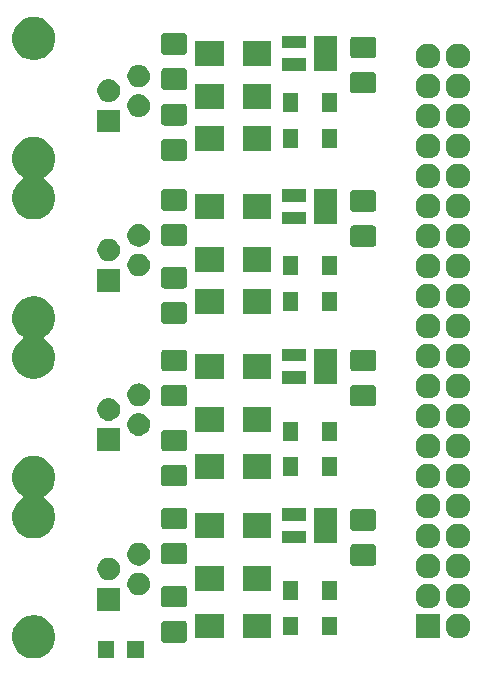
<source format=gbr>
G04 #@! TF.GenerationSoftware,KiCad,Pcbnew,5.1.5-52549c5~84~ubuntu19.10.1*
G04 #@! TF.CreationDate,2020-01-22T18:54:25-06:00*
G04 #@! TF.ProjectId,PiKwonDoHAT,50694b77-6f6e-4446-9f48-41542e6b6963,rev?*
G04 #@! TF.SameCoordinates,PX6bc3e40PY7b85d38*
G04 #@! TF.FileFunction,Soldermask,Top*
G04 #@! TF.FilePolarity,Negative*
%FSLAX46Y46*%
G04 Gerber Fmt 4.6, Leading zero omitted, Abs format (unit mm)*
G04 Created by KiCad (PCBNEW 5.1.5-52549c5~84~ubuntu19.10.1) date 2020-01-22 18:54:25*
%MOMM*%
%LPD*%
G04 APERTURE LIST*
%ADD10C,0.100000*%
G04 APERTURE END LIST*
D10*
G36*
X-37533960Y4902933D02*
G01*
X-37357667Y4867866D01*
X-37286984Y4838588D01*
X-37025540Y4730295D01*
X-36726631Y4530570D01*
X-36472430Y4276369D01*
X-36272705Y3977460D01*
X-36248732Y3919583D01*
X-36135134Y3645333D01*
X-36065000Y3292747D01*
X-36065000Y2933253D01*
X-36126713Y2623000D01*
X-36135134Y2580668D01*
X-36272705Y2248540D01*
X-36472430Y1949631D01*
X-36726631Y1695430D01*
X-37025540Y1495705D01*
X-37220096Y1415118D01*
X-37357667Y1358134D01*
X-37533960Y1323067D01*
X-37710252Y1288000D01*
X-38069748Y1288000D01*
X-38246040Y1323067D01*
X-38422333Y1358134D01*
X-38559904Y1415118D01*
X-38754460Y1495705D01*
X-39053369Y1695430D01*
X-39307570Y1949631D01*
X-39507295Y2248540D01*
X-39644866Y2580668D01*
X-39653286Y2623000D01*
X-39715000Y2933253D01*
X-39715000Y3292747D01*
X-39644866Y3645333D01*
X-39531268Y3919583D01*
X-39507295Y3977460D01*
X-39307570Y4276369D01*
X-39053369Y4530570D01*
X-38754460Y4730295D01*
X-38493016Y4838588D01*
X-38422333Y4867866D01*
X-38246040Y4902933D01*
X-38069748Y4938000D01*
X-37710252Y4938000D01*
X-37533960Y4902933D01*
G37*
G36*
X-28550000Y1323000D02*
G01*
X-29950000Y1323000D01*
X-29950000Y2723000D01*
X-28550000Y2723000D01*
X-28550000Y1323000D01*
G37*
G36*
X-31050000Y1323000D02*
G01*
X-32450000Y1323000D01*
X-32450000Y2723000D01*
X-31050000Y2723000D01*
X-31050000Y1323000D01*
G37*
G36*
X-25117519Y4442814D02*
G01*
X-25072795Y4429246D01*
X-25031570Y4407211D01*
X-24995439Y4377561D01*
X-24965789Y4341430D01*
X-24943754Y4300205D01*
X-24930186Y4255481D01*
X-24925000Y4202824D01*
X-24925000Y2868176D01*
X-24930186Y2815519D01*
X-24943754Y2770795D01*
X-24965789Y2729570D01*
X-24995439Y2693439D01*
X-25031570Y2663789D01*
X-25072795Y2641754D01*
X-25117519Y2628186D01*
X-25170176Y2623000D01*
X-26829824Y2623000D01*
X-26882481Y2628186D01*
X-26927205Y2641754D01*
X-26968430Y2663789D01*
X-27004561Y2693439D01*
X-27034211Y2729570D01*
X-27056246Y2770795D01*
X-27069814Y2815519D01*
X-27075000Y2868176D01*
X-27075000Y4202824D01*
X-27069814Y4255481D01*
X-27056246Y4300205D01*
X-27034211Y4341430D01*
X-27004561Y4377561D01*
X-26968430Y4407211D01*
X-26927205Y4429246D01*
X-26882481Y4442814D01*
X-26829824Y4448000D01*
X-25170176Y4448000D01*
X-25117519Y4442814D01*
G37*
G36*
X-21800000Y2973000D02*
G01*
X-24200000Y2973000D01*
X-24200000Y5073000D01*
X-21800000Y5073000D01*
X-21800000Y2973000D01*
G37*
G36*
X-17800000Y2973000D02*
G01*
X-20200000Y2973000D01*
X-20200000Y5073000D01*
X-17800000Y5073000D01*
X-17800000Y2973000D01*
G37*
G36*
X-3450000Y2973000D02*
G01*
X-5550000Y2973000D01*
X-5550000Y5073000D01*
X-3450000Y5073000D01*
X-3450000Y2973000D01*
G37*
G36*
X-1831313Y5067973D02*
G01*
X-1653726Y5032650D01*
X-1462638Y4953498D01*
X-1290664Y4838589D01*
X-1144411Y4692336D01*
X-1029502Y4520362D01*
X-950350Y4329274D01*
X-910000Y4126416D01*
X-910000Y3919584D01*
X-950350Y3716726D01*
X-1029502Y3525638D01*
X-1144411Y3353664D01*
X-1290664Y3207411D01*
X-1462638Y3092502D01*
X-1653726Y3013350D01*
X-1831313Y2978027D01*
X-1856583Y2973000D01*
X-2063417Y2973000D01*
X-2088687Y2978027D01*
X-2266274Y3013350D01*
X-2457362Y3092502D01*
X-2629336Y3207411D01*
X-2775589Y3353664D01*
X-2890498Y3525638D01*
X-2969650Y3716726D01*
X-3010000Y3919584D01*
X-3010000Y4126416D01*
X-2969650Y4329274D01*
X-2890498Y4520362D01*
X-2775589Y4692336D01*
X-2629336Y4838589D01*
X-2457362Y4953498D01*
X-2266274Y5032650D01*
X-2088687Y5067973D01*
X-2063417Y5073000D01*
X-1856583Y5073000D01*
X-1831313Y5067973D01*
G37*
G36*
X-15500000Y3223000D02*
G01*
X-16800000Y3223000D01*
X-16800000Y4823000D01*
X-15500000Y4823000D01*
X-15500000Y3223000D01*
G37*
G36*
X-12200000Y3223000D02*
G01*
X-13500000Y3223000D01*
X-13500000Y4823000D01*
X-12200000Y4823000D01*
X-12200000Y3223000D01*
G37*
G36*
X-30580000Y5333000D02*
G01*
X-32500000Y5333000D01*
X-32500000Y7253000D01*
X-30580000Y7253000D01*
X-30580000Y5333000D01*
G37*
G36*
X-1831313Y7607973D02*
G01*
X-1653726Y7572650D01*
X-1462638Y7493498D01*
X-1290664Y7378589D01*
X-1144411Y7232336D01*
X-1029502Y7060362D01*
X-950350Y6869274D01*
X-910000Y6666416D01*
X-910000Y6459584D01*
X-950350Y6256726D01*
X-1029502Y6065638D01*
X-1144411Y5893664D01*
X-1290664Y5747411D01*
X-1462638Y5632502D01*
X-1653726Y5553350D01*
X-1831313Y5518027D01*
X-1856583Y5513000D01*
X-2063417Y5513000D01*
X-2088687Y5518027D01*
X-2266274Y5553350D01*
X-2457362Y5632502D01*
X-2629336Y5747411D01*
X-2775589Y5893664D01*
X-2890498Y6065638D01*
X-2969650Y6256726D01*
X-3010000Y6459584D01*
X-3010000Y6666416D01*
X-2969650Y6869274D01*
X-2890498Y7060362D01*
X-2775589Y7232336D01*
X-2629336Y7378589D01*
X-2457362Y7493498D01*
X-2266274Y7572650D01*
X-2088687Y7607973D01*
X-2063417Y7613000D01*
X-1856583Y7613000D01*
X-1831313Y7607973D01*
G37*
G36*
X-4371313Y7607973D02*
G01*
X-4193726Y7572650D01*
X-4002638Y7493498D01*
X-3830664Y7378589D01*
X-3684411Y7232336D01*
X-3569502Y7060362D01*
X-3490350Y6869274D01*
X-3450000Y6666416D01*
X-3450000Y6459584D01*
X-3490350Y6256726D01*
X-3569502Y6065638D01*
X-3684411Y5893664D01*
X-3830664Y5747411D01*
X-4002638Y5632502D01*
X-4193726Y5553350D01*
X-4371313Y5518027D01*
X-4396583Y5513000D01*
X-4603417Y5513000D01*
X-4628687Y5518027D01*
X-4806274Y5553350D01*
X-4997362Y5632502D01*
X-5169336Y5747411D01*
X-5315589Y5893664D01*
X-5430498Y6065638D01*
X-5509650Y6256726D01*
X-5550000Y6459584D01*
X-5550000Y6666416D01*
X-5509650Y6869274D01*
X-5430498Y7060362D01*
X-5315589Y7232336D01*
X-5169336Y7378589D01*
X-4997362Y7493498D01*
X-4806274Y7572650D01*
X-4628687Y7607973D01*
X-4603417Y7613000D01*
X-4396583Y7613000D01*
X-4371313Y7607973D01*
G37*
G36*
X-25117519Y7417814D02*
G01*
X-25072795Y7404246D01*
X-25031570Y7382211D01*
X-24995439Y7352561D01*
X-24965789Y7316430D01*
X-24943754Y7275205D01*
X-24930186Y7230481D01*
X-24925000Y7177824D01*
X-24925000Y5843176D01*
X-24930186Y5790519D01*
X-24943754Y5745795D01*
X-24965789Y5704570D01*
X-24995439Y5668439D01*
X-25031570Y5638789D01*
X-25072795Y5616754D01*
X-25117519Y5603186D01*
X-25170176Y5598000D01*
X-26829824Y5598000D01*
X-26882481Y5603186D01*
X-26927205Y5616754D01*
X-26968430Y5638789D01*
X-27004561Y5668439D01*
X-27034211Y5704570D01*
X-27056246Y5745795D01*
X-27069814Y5790519D01*
X-27075000Y5843176D01*
X-27075000Y7177824D01*
X-27069814Y7230481D01*
X-27056246Y7275205D01*
X-27034211Y7316430D01*
X-27004561Y7352561D01*
X-26968430Y7382211D01*
X-26927205Y7404246D01*
X-26882481Y7417814D01*
X-26829824Y7423000D01*
X-25170176Y7423000D01*
X-25117519Y7417814D01*
G37*
G36*
X-15500000Y6223000D02*
G01*
X-16800000Y6223000D01*
X-16800000Y7823000D01*
X-15500000Y7823000D01*
X-15500000Y6223000D01*
G37*
G36*
X-12200000Y6223000D02*
G01*
X-13500000Y6223000D01*
X-13500000Y7823000D01*
X-12200000Y7823000D01*
X-12200000Y6223000D01*
G37*
G36*
X-28812713Y8534554D02*
G01*
X-28719978Y8516108D01*
X-28545269Y8443741D01*
X-28388036Y8338681D01*
X-28254319Y8204964D01*
X-28149259Y8047731D01*
X-28089309Y7903000D01*
X-28076892Y7873021D01*
X-28040000Y7687553D01*
X-28040000Y7498447D01*
X-28055007Y7423000D01*
X-28076892Y7312978D01*
X-28149259Y7138269D01*
X-28254319Y6981036D01*
X-28388036Y6847319D01*
X-28545269Y6742259D01*
X-28719978Y6669892D01*
X-28812713Y6651446D01*
X-28905447Y6633000D01*
X-29094553Y6633000D01*
X-29187287Y6651446D01*
X-29280022Y6669892D01*
X-29454731Y6742259D01*
X-29611964Y6847319D01*
X-29745681Y6981036D01*
X-29850741Y7138269D01*
X-29923108Y7312978D01*
X-29944993Y7423000D01*
X-29960000Y7498447D01*
X-29960000Y7687553D01*
X-29923108Y7873021D01*
X-29910690Y7903000D01*
X-29850741Y8047731D01*
X-29745681Y8204964D01*
X-29611964Y8338681D01*
X-29454731Y8443741D01*
X-29280022Y8516108D01*
X-29187287Y8534554D01*
X-29094553Y8553000D01*
X-28905447Y8553000D01*
X-28812713Y8534554D01*
G37*
G36*
X-17800000Y6973000D02*
G01*
X-20200000Y6973000D01*
X-20200000Y9073000D01*
X-17800000Y9073000D01*
X-17800000Y6973000D01*
G37*
G36*
X-21800000Y6973000D02*
G01*
X-24200000Y6973000D01*
X-24200000Y9073000D01*
X-21800000Y9073000D01*
X-21800000Y6973000D01*
G37*
G36*
X-31352713Y9804554D02*
G01*
X-31259978Y9786108D01*
X-31085269Y9713741D01*
X-30928036Y9608681D01*
X-30794319Y9474964D01*
X-30689259Y9317731D01*
X-30616892Y9143022D01*
X-30580000Y8957552D01*
X-30580000Y8768448D01*
X-30616892Y8582978D01*
X-30689259Y8408269D01*
X-30794319Y8251036D01*
X-30928036Y8117319D01*
X-31085269Y8012259D01*
X-31259978Y7939892D01*
X-31352713Y7921446D01*
X-31445447Y7903000D01*
X-31634553Y7903000D01*
X-31727287Y7921446D01*
X-31820022Y7939892D01*
X-31994731Y8012259D01*
X-32151964Y8117319D01*
X-32285681Y8251036D01*
X-32390741Y8408269D01*
X-32463108Y8582978D01*
X-32500000Y8768448D01*
X-32500000Y8957552D01*
X-32463108Y9143022D01*
X-32390741Y9317731D01*
X-32285681Y9474964D01*
X-32151964Y9608681D01*
X-31994731Y9713741D01*
X-31820022Y9786108D01*
X-31727287Y9804554D01*
X-31634553Y9823000D01*
X-31445447Y9823000D01*
X-31352713Y9804554D01*
G37*
G36*
X-1831313Y10147973D02*
G01*
X-1653726Y10112650D01*
X-1462638Y10033498D01*
X-1290664Y9918589D01*
X-1144411Y9772336D01*
X-1029502Y9600362D01*
X-950350Y9409274D01*
X-918507Y9249186D01*
X-914605Y9229570D01*
X-910000Y9206416D01*
X-910000Y8999584D01*
X-950350Y8796726D01*
X-1029502Y8605638D01*
X-1144411Y8433664D01*
X-1290664Y8287411D01*
X-1462638Y8172502D01*
X-1653726Y8093350D01*
X-1831313Y8058027D01*
X-1856583Y8053000D01*
X-2063417Y8053000D01*
X-2088687Y8058027D01*
X-2266274Y8093350D01*
X-2457362Y8172502D01*
X-2629336Y8287411D01*
X-2775589Y8433664D01*
X-2890498Y8605638D01*
X-2969650Y8796726D01*
X-3010000Y8999584D01*
X-3010000Y9206416D01*
X-3005394Y9229570D01*
X-3001493Y9249186D01*
X-2969650Y9409274D01*
X-2890498Y9600362D01*
X-2775589Y9772336D01*
X-2629336Y9918589D01*
X-2457362Y10033498D01*
X-2266274Y10112650D01*
X-2088687Y10147973D01*
X-2063417Y10153000D01*
X-1856583Y10153000D01*
X-1831313Y10147973D01*
G37*
G36*
X-4371313Y10147973D02*
G01*
X-4193726Y10112650D01*
X-4002638Y10033498D01*
X-3830664Y9918589D01*
X-3684411Y9772336D01*
X-3569502Y9600362D01*
X-3490350Y9409274D01*
X-3458507Y9249186D01*
X-3454605Y9229570D01*
X-3450000Y9206416D01*
X-3450000Y8999584D01*
X-3490350Y8796726D01*
X-3569502Y8605638D01*
X-3684411Y8433664D01*
X-3830664Y8287411D01*
X-4002638Y8172502D01*
X-4193726Y8093350D01*
X-4371313Y8058027D01*
X-4396583Y8053000D01*
X-4603417Y8053000D01*
X-4628687Y8058027D01*
X-4806274Y8093350D01*
X-4997362Y8172502D01*
X-5169336Y8287411D01*
X-5315589Y8433664D01*
X-5430498Y8605638D01*
X-5509650Y8796726D01*
X-5550000Y8999584D01*
X-5550000Y9206416D01*
X-5545394Y9229570D01*
X-5541493Y9249186D01*
X-5509650Y9409274D01*
X-5430498Y9600362D01*
X-5315589Y9772336D01*
X-5169336Y9918589D01*
X-4997362Y10033498D01*
X-4806274Y10112650D01*
X-4628687Y10147973D01*
X-4603417Y10153000D01*
X-4396583Y10153000D01*
X-4371313Y10147973D01*
G37*
G36*
X-9117519Y10942814D02*
G01*
X-9072795Y10929246D01*
X-9031570Y10907211D01*
X-8995439Y10877561D01*
X-8965789Y10841430D01*
X-8943754Y10800205D01*
X-8930186Y10755481D01*
X-8925000Y10702824D01*
X-8925000Y9368176D01*
X-8930186Y9315519D01*
X-8943754Y9270795D01*
X-8965789Y9229570D01*
X-8995439Y9193439D01*
X-9031570Y9163789D01*
X-9072795Y9141754D01*
X-9117519Y9128186D01*
X-9170176Y9123000D01*
X-10829824Y9123000D01*
X-10882481Y9128186D01*
X-10927205Y9141754D01*
X-10968430Y9163789D01*
X-11004561Y9193439D01*
X-11034211Y9229570D01*
X-11056246Y9270795D01*
X-11069814Y9315519D01*
X-11075000Y9368176D01*
X-11075000Y10702824D01*
X-11069814Y10755481D01*
X-11056246Y10800205D01*
X-11034211Y10841430D01*
X-11004561Y10877561D01*
X-10968430Y10907211D01*
X-10927205Y10929246D01*
X-10882481Y10942814D01*
X-10829824Y10948000D01*
X-9170176Y10948000D01*
X-9117519Y10942814D01*
G37*
G36*
X-28841329Y11050246D02*
G01*
X-28719978Y11026108D01*
X-28545269Y10953741D01*
X-28388036Y10848681D01*
X-28254319Y10714964D01*
X-28149259Y10557731D01*
X-28076892Y10383022D01*
X-28040000Y10197552D01*
X-28040000Y10008448D01*
X-28076892Y9822978D01*
X-28149259Y9648269D01*
X-28254319Y9491036D01*
X-28388036Y9357319D01*
X-28545269Y9252259D01*
X-28545270Y9252258D01*
X-28545271Y9252258D01*
X-28552688Y9249186D01*
X-28719978Y9179892D01*
X-28800934Y9163789D01*
X-28905447Y9143000D01*
X-29094553Y9143000D01*
X-29199066Y9163789D01*
X-29280022Y9179892D01*
X-29447312Y9249186D01*
X-29454729Y9252258D01*
X-29454730Y9252258D01*
X-29454731Y9252259D01*
X-29611964Y9357319D01*
X-29745681Y9491036D01*
X-29850741Y9648269D01*
X-29923108Y9822978D01*
X-29960000Y10008448D01*
X-29960000Y10197552D01*
X-29923108Y10383022D01*
X-29850741Y10557731D01*
X-29745681Y10714964D01*
X-29611964Y10848681D01*
X-29454731Y10953741D01*
X-29280022Y11026108D01*
X-29158671Y11050246D01*
X-29094553Y11063000D01*
X-28905447Y11063000D01*
X-28841329Y11050246D01*
G37*
G36*
X-25117519Y11063814D02*
G01*
X-25072795Y11050246D01*
X-25031570Y11028211D01*
X-24995439Y10998561D01*
X-24965789Y10962430D01*
X-24943754Y10921205D01*
X-24930186Y10876481D01*
X-24925000Y10823824D01*
X-24925000Y9489176D01*
X-24930186Y9436519D01*
X-24943754Y9391795D01*
X-24965789Y9350570D01*
X-24995439Y9314439D01*
X-25031570Y9284789D01*
X-25072795Y9262754D01*
X-25117519Y9249186D01*
X-25170176Y9244000D01*
X-26829824Y9244000D01*
X-26882481Y9249186D01*
X-26927205Y9262754D01*
X-26968430Y9284789D01*
X-27004561Y9314439D01*
X-27034211Y9350570D01*
X-27056246Y9391795D01*
X-27069814Y9436519D01*
X-27075000Y9489176D01*
X-27075000Y10823824D01*
X-27069814Y10876481D01*
X-27056246Y10921205D01*
X-27034211Y10962430D01*
X-27004561Y10998561D01*
X-26968430Y11028211D01*
X-26927205Y11050246D01*
X-26882481Y11063814D01*
X-26829824Y11069000D01*
X-25170176Y11069000D01*
X-25117519Y11063814D01*
G37*
G36*
X-4371313Y12687973D02*
G01*
X-4193726Y12652650D01*
X-4002638Y12573498D01*
X-3830664Y12458589D01*
X-3684411Y12312336D01*
X-3569502Y12140362D01*
X-3490350Y11949274D01*
X-3450000Y11746416D01*
X-3450000Y11539584D01*
X-3490350Y11336726D01*
X-3569502Y11145638D01*
X-3684411Y10973664D01*
X-3830664Y10827411D01*
X-4002638Y10712502D01*
X-4193726Y10633350D01*
X-4371313Y10598027D01*
X-4396583Y10593000D01*
X-4603417Y10593000D01*
X-4628687Y10598027D01*
X-4806274Y10633350D01*
X-4997362Y10712502D01*
X-5169336Y10827411D01*
X-5315589Y10973664D01*
X-5430498Y11145638D01*
X-5509650Y11336726D01*
X-5550000Y11539584D01*
X-5550000Y11746416D01*
X-5509650Y11949274D01*
X-5430498Y12140362D01*
X-5315589Y12312336D01*
X-5169336Y12458589D01*
X-4997362Y12573498D01*
X-4806274Y12652650D01*
X-4628687Y12687973D01*
X-4603417Y12693000D01*
X-4396583Y12693000D01*
X-4371313Y12687973D01*
G37*
G36*
X-1831313Y12687973D02*
G01*
X-1653726Y12652650D01*
X-1462638Y12573498D01*
X-1290664Y12458589D01*
X-1144411Y12312336D01*
X-1029502Y12140362D01*
X-950350Y11949274D01*
X-910000Y11746416D01*
X-910000Y11539584D01*
X-950350Y11336726D01*
X-1029502Y11145638D01*
X-1144411Y10973664D01*
X-1290664Y10827411D01*
X-1462638Y10712502D01*
X-1653726Y10633350D01*
X-1831313Y10598027D01*
X-1856583Y10593000D01*
X-2063417Y10593000D01*
X-2088687Y10598027D01*
X-2266274Y10633350D01*
X-2457362Y10712502D01*
X-2629336Y10827411D01*
X-2775589Y10973664D01*
X-2890498Y11145638D01*
X-2969650Y11336726D01*
X-3010000Y11539584D01*
X-3010000Y11746416D01*
X-2969650Y11949274D01*
X-2890498Y12140362D01*
X-2775589Y12312336D01*
X-2629336Y12458589D01*
X-2457362Y12573498D01*
X-2266274Y12652650D01*
X-2088687Y12687973D01*
X-2063417Y12693000D01*
X-1856583Y12693000D01*
X-1831313Y12687973D01*
G37*
G36*
X-12170000Y11048000D02*
G01*
X-14130000Y11048000D01*
X-14130000Y13998000D01*
X-12170000Y13998000D01*
X-12170000Y11048000D01*
G37*
G36*
X-14870000Y11048000D02*
G01*
X-16830000Y11048000D01*
X-16830000Y12098000D01*
X-14870000Y12098000D01*
X-14870000Y11048000D01*
G37*
G36*
X-37533960Y18402933D02*
G01*
X-37357667Y18367866D01*
X-37272291Y18332502D01*
X-37025540Y18230295D01*
X-36726631Y18030570D01*
X-36472430Y17776369D01*
X-36272705Y17477460D01*
X-36135134Y17145332D01*
X-36065000Y16792748D01*
X-36065000Y16433252D01*
X-36135134Y16080668D01*
X-36272705Y15748540D01*
X-36472430Y15449631D01*
X-36726631Y15195430D01*
X-36948872Y15046933D01*
X-36967814Y15031388D01*
X-36983359Y15012446D01*
X-36994910Y14990835D01*
X-37002023Y14967386D01*
X-37004425Y14943000D01*
X-37002023Y14918614D01*
X-36994910Y14895165D01*
X-36983359Y14873554D01*
X-36967814Y14854612D01*
X-36948872Y14839067D01*
X-36726631Y14690570D01*
X-36472430Y14436369D01*
X-36272705Y14137460D01*
X-36204816Y13973561D01*
X-36135134Y13805333D01*
X-36065000Y13452747D01*
X-36065000Y13093253D01*
X-36135134Y12740667D01*
X-36171592Y12652650D01*
X-36272705Y12408540D01*
X-36472430Y12109631D01*
X-36726631Y11855430D01*
X-37025540Y11655705D01*
X-37220096Y11575118D01*
X-37357667Y11518134D01*
X-37533960Y11483067D01*
X-37710252Y11448000D01*
X-38069748Y11448000D01*
X-38246040Y11483067D01*
X-38422333Y11518134D01*
X-38559904Y11575118D01*
X-38754460Y11655705D01*
X-39053369Y11855430D01*
X-39307570Y12109631D01*
X-39507295Y12408540D01*
X-39608408Y12652650D01*
X-39644866Y12740667D01*
X-39715000Y13093253D01*
X-39715000Y13452747D01*
X-39644866Y13805333D01*
X-39575184Y13973561D01*
X-39507295Y14137460D01*
X-39307570Y14436369D01*
X-39053369Y14690570D01*
X-38831128Y14839067D01*
X-38812186Y14854612D01*
X-38796641Y14873554D01*
X-38785090Y14895165D01*
X-38777977Y14918614D01*
X-38775575Y14943000D01*
X-38777977Y14967386D01*
X-38785090Y14990835D01*
X-38796641Y15012446D01*
X-38812186Y15031388D01*
X-38831128Y15046933D01*
X-39053369Y15195430D01*
X-39307570Y15449631D01*
X-39507295Y15748540D01*
X-39644866Y16080668D01*
X-39715000Y16433252D01*
X-39715000Y16792748D01*
X-39644866Y17145332D01*
X-39507295Y17477460D01*
X-39307570Y17776369D01*
X-39053369Y18030570D01*
X-38754460Y18230295D01*
X-38507709Y18332502D01*
X-38422333Y18367866D01*
X-38246040Y18402933D01*
X-38069748Y18438000D01*
X-37710252Y18438000D01*
X-37533960Y18402933D01*
G37*
G36*
X-17800000Y11473000D02*
G01*
X-20200000Y11473000D01*
X-20200000Y13573000D01*
X-17800000Y13573000D01*
X-17800000Y11473000D01*
G37*
G36*
X-21800000Y11473000D02*
G01*
X-24200000Y11473000D01*
X-24200000Y13573000D01*
X-21800000Y13573000D01*
X-21800000Y11473000D01*
G37*
G36*
X-9117519Y13917814D02*
G01*
X-9072795Y13904246D01*
X-9031570Y13882211D01*
X-8995439Y13852561D01*
X-8965789Y13816430D01*
X-8943754Y13775205D01*
X-8930186Y13730481D01*
X-8925000Y13677824D01*
X-8925000Y12343176D01*
X-8930186Y12290519D01*
X-8943754Y12245795D01*
X-8965789Y12204570D01*
X-8995439Y12168439D01*
X-9031570Y12138789D01*
X-9072795Y12116754D01*
X-9117519Y12103186D01*
X-9170176Y12098000D01*
X-10829824Y12098000D01*
X-10882481Y12103186D01*
X-10927205Y12116754D01*
X-10968430Y12138789D01*
X-11004561Y12168439D01*
X-11034211Y12204570D01*
X-11056246Y12245795D01*
X-11069814Y12290519D01*
X-11075000Y12343176D01*
X-11075000Y13677824D01*
X-11069814Y13730481D01*
X-11056246Y13775205D01*
X-11034211Y13816430D01*
X-11004561Y13852561D01*
X-10968430Y13882211D01*
X-10927205Y13904246D01*
X-10882481Y13917814D01*
X-10829824Y13923000D01*
X-9170176Y13923000D01*
X-9117519Y13917814D01*
G37*
G36*
X-25117519Y14038814D02*
G01*
X-25072795Y14025246D01*
X-25031570Y14003211D01*
X-24995439Y13973561D01*
X-24965789Y13937430D01*
X-24943754Y13896205D01*
X-24930186Y13851481D01*
X-24925000Y13798824D01*
X-24925000Y12464176D01*
X-24930186Y12411519D01*
X-24943754Y12366795D01*
X-24965789Y12325570D01*
X-24995439Y12289439D01*
X-25031570Y12259789D01*
X-25072795Y12237754D01*
X-25117519Y12224186D01*
X-25170176Y12219000D01*
X-26829824Y12219000D01*
X-26882481Y12224186D01*
X-26927205Y12237754D01*
X-26968430Y12259789D01*
X-27004561Y12289439D01*
X-27034211Y12325570D01*
X-27056246Y12366795D01*
X-27069814Y12411519D01*
X-27075000Y12464176D01*
X-27075000Y13798824D01*
X-27069814Y13851481D01*
X-27056246Y13896205D01*
X-27034211Y13937430D01*
X-27004561Y13973561D01*
X-26968430Y14003211D01*
X-26927205Y14025246D01*
X-26882481Y14038814D01*
X-26829824Y14044000D01*
X-25170176Y14044000D01*
X-25117519Y14038814D01*
G37*
G36*
X-14870000Y12948000D02*
G01*
X-16830000Y12948000D01*
X-16830000Y13998000D01*
X-14870000Y13998000D01*
X-14870000Y12948000D01*
G37*
G36*
X-4371313Y15227973D02*
G01*
X-4193726Y15192650D01*
X-4002638Y15113498D01*
X-3830664Y14998589D01*
X-3684411Y14852336D01*
X-3569502Y14680362D01*
X-3490350Y14489274D01*
X-3450000Y14286416D01*
X-3450000Y14079584D01*
X-3490350Y13876726D01*
X-3569502Y13685638D01*
X-3684411Y13513664D01*
X-3830664Y13367411D01*
X-4002638Y13252502D01*
X-4193726Y13173350D01*
X-4371313Y13138027D01*
X-4396583Y13133000D01*
X-4603417Y13133000D01*
X-4628687Y13138027D01*
X-4806274Y13173350D01*
X-4997362Y13252502D01*
X-5169336Y13367411D01*
X-5315589Y13513664D01*
X-5430498Y13685638D01*
X-5509650Y13876726D01*
X-5550000Y14079584D01*
X-5550000Y14286416D01*
X-5509650Y14489274D01*
X-5430498Y14680362D01*
X-5315589Y14852336D01*
X-5169336Y14998589D01*
X-4997362Y15113498D01*
X-4806274Y15192650D01*
X-4628687Y15227973D01*
X-4603417Y15233000D01*
X-4396583Y15233000D01*
X-4371313Y15227973D01*
G37*
G36*
X-1831313Y15227973D02*
G01*
X-1653726Y15192650D01*
X-1462638Y15113498D01*
X-1290664Y14998589D01*
X-1144411Y14852336D01*
X-1029502Y14680362D01*
X-950350Y14489274D01*
X-910000Y14286416D01*
X-910000Y14079584D01*
X-950350Y13876726D01*
X-1029502Y13685638D01*
X-1144411Y13513664D01*
X-1290664Y13367411D01*
X-1462638Y13252502D01*
X-1653726Y13173350D01*
X-1831313Y13138027D01*
X-1856583Y13133000D01*
X-2063417Y13133000D01*
X-2088687Y13138027D01*
X-2266274Y13173350D01*
X-2457362Y13252502D01*
X-2629336Y13367411D01*
X-2775589Y13513664D01*
X-2890498Y13685638D01*
X-2969650Y13876726D01*
X-3010000Y14079584D01*
X-3010000Y14286416D01*
X-2969650Y14489274D01*
X-2890498Y14680362D01*
X-2775589Y14852336D01*
X-2629336Y14998589D01*
X-2457362Y15113498D01*
X-2266274Y15192650D01*
X-2088687Y15227973D01*
X-2063417Y15233000D01*
X-1856583Y15233000D01*
X-1831313Y15227973D01*
G37*
G36*
X-1831313Y17767973D02*
G01*
X-1653726Y17732650D01*
X-1462638Y17653498D01*
X-1290664Y17538589D01*
X-1144411Y17392336D01*
X-1029502Y17220362D01*
X-950350Y17029274D01*
X-910000Y16826416D01*
X-910000Y16619584D01*
X-950350Y16416726D01*
X-1029502Y16225638D01*
X-1144411Y16053664D01*
X-1290664Y15907411D01*
X-1462638Y15792502D01*
X-1653726Y15713350D01*
X-1831313Y15678027D01*
X-1856583Y15673000D01*
X-2063417Y15673000D01*
X-2088687Y15678027D01*
X-2266274Y15713350D01*
X-2457362Y15792502D01*
X-2629336Y15907411D01*
X-2775589Y16053664D01*
X-2890498Y16225638D01*
X-2969650Y16416726D01*
X-3010000Y16619584D01*
X-3010000Y16826416D01*
X-2969650Y17029274D01*
X-2890498Y17220362D01*
X-2775589Y17392336D01*
X-2629336Y17538589D01*
X-2457362Y17653498D01*
X-2266274Y17732650D01*
X-2088687Y17767973D01*
X-2063417Y17773000D01*
X-1856583Y17773000D01*
X-1831313Y17767973D01*
G37*
G36*
X-4371313Y17767973D02*
G01*
X-4193726Y17732650D01*
X-4002638Y17653498D01*
X-3830664Y17538589D01*
X-3684411Y17392336D01*
X-3569502Y17220362D01*
X-3490350Y17029274D01*
X-3450000Y16826416D01*
X-3450000Y16619584D01*
X-3490350Y16416726D01*
X-3569502Y16225638D01*
X-3684411Y16053664D01*
X-3830664Y15907411D01*
X-4002638Y15792502D01*
X-4193726Y15713350D01*
X-4371313Y15678027D01*
X-4396583Y15673000D01*
X-4603417Y15673000D01*
X-4628687Y15678027D01*
X-4806274Y15713350D01*
X-4997362Y15792502D01*
X-5169336Y15907411D01*
X-5315589Y16053664D01*
X-5430498Y16225638D01*
X-5509650Y16416726D01*
X-5550000Y16619584D01*
X-5550000Y16826416D01*
X-5509650Y17029274D01*
X-5430498Y17220362D01*
X-5315589Y17392336D01*
X-5169336Y17538589D01*
X-4997362Y17653498D01*
X-4806274Y17732650D01*
X-4628687Y17767973D01*
X-4603417Y17773000D01*
X-4396583Y17773000D01*
X-4371313Y17767973D01*
G37*
G36*
X-25117519Y17667814D02*
G01*
X-25072795Y17654246D01*
X-25031570Y17632211D01*
X-24995439Y17602561D01*
X-24965789Y17566430D01*
X-24943754Y17525205D01*
X-24930186Y17480481D01*
X-24925000Y17427824D01*
X-24925000Y16093176D01*
X-24930186Y16040519D01*
X-24943754Y15995795D01*
X-24965789Y15954570D01*
X-24995439Y15918439D01*
X-25031570Y15888789D01*
X-25072795Y15866754D01*
X-25117519Y15853186D01*
X-25170176Y15848000D01*
X-26829824Y15848000D01*
X-26882481Y15853186D01*
X-26927205Y15866754D01*
X-26968430Y15888789D01*
X-27004561Y15918439D01*
X-27034211Y15954570D01*
X-27056246Y15995795D01*
X-27069814Y16040519D01*
X-27075000Y16093176D01*
X-27075000Y17427824D01*
X-27069814Y17480481D01*
X-27056246Y17525205D01*
X-27034211Y17566430D01*
X-27004561Y17602561D01*
X-26968430Y17632211D01*
X-26927205Y17654246D01*
X-26882481Y17667814D01*
X-26829824Y17673000D01*
X-25170176Y17673000D01*
X-25117519Y17667814D01*
G37*
G36*
X-21800000Y16473000D02*
G01*
X-24200000Y16473000D01*
X-24200000Y18573000D01*
X-21800000Y18573000D01*
X-21800000Y16473000D01*
G37*
G36*
X-17800000Y16473000D02*
G01*
X-20200000Y16473000D01*
X-20200000Y18573000D01*
X-17800000Y18573000D01*
X-17800000Y16473000D01*
G37*
G36*
X-15500000Y16723000D02*
G01*
X-16800000Y16723000D01*
X-16800000Y18323000D01*
X-15500000Y18323000D01*
X-15500000Y16723000D01*
G37*
G36*
X-12200000Y16723000D02*
G01*
X-13500000Y16723000D01*
X-13500000Y18323000D01*
X-12200000Y18323000D01*
X-12200000Y16723000D01*
G37*
G36*
X-4371313Y20307973D02*
G01*
X-4193726Y20272650D01*
X-4002638Y20193498D01*
X-3830664Y20078589D01*
X-3684411Y19932336D01*
X-3569502Y19760362D01*
X-3490350Y19569274D01*
X-3450000Y19366416D01*
X-3450000Y19159584D01*
X-3490350Y18956726D01*
X-3569502Y18765638D01*
X-3684411Y18593664D01*
X-3830664Y18447411D01*
X-4002638Y18332502D01*
X-4193726Y18253350D01*
X-4371313Y18218027D01*
X-4396583Y18213000D01*
X-4603417Y18213000D01*
X-4628687Y18218027D01*
X-4806274Y18253350D01*
X-4997362Y18332502D01*
X-5169336Y18447411D01*
X-5315589Y18593664D01*
X-5430498Y18765638D01*
X-5509650Y18956726D01*
X-5550000Y19159584D01*
X-5550000Y19366416D01*
X-5509650Y19569274D01*
X-5430498Y19760362D01*
X-5315589Y19932336D01*
X-5169336Y20078589D01*
X-4997362Y20193498D01*
X-4806274Y20272650D01*
X-4628687Y20307973D01*
X-4603417Y20313000D01*
X-4396583Y20313000D01*
X-4371313Y20307973D01*
G37*
G36*
X-1831313Y20307973D02*
G01*
X-1653726Y20272650D01*
X-1462638Y20193498D01*
X-1290664Y20078589D01*
X-1144411Y19932336D01*
X-1029502Y19760362D01*
X-950350Y19569274D01*
X-910000Y19366416D01*
X-910000Y19159584D01*
X-950350Y18956726D01*
X-1029502Y18765638D01*
X-1144411Y18593664D01*
X-1290664Y18447411D01*
X-1462638Y18332502D01*
X-1653726Y18253350D01*
X-1831313Y18218027D01*
X-1856583Y18213000D01*
X-2063417Y18213000D01*
X-2088687Y18218027D01*
X-2266274Y18253350D01*
X-2457362Y18332502D01*
X-2629336Y18447411D01*
X-2775589Y18593664D01*
X-2890498Y18765638D01*
X-2969650Y18956726D01*
X-3010000Y19159584D01*
X-3010000Y19366416D01*
X-2969650Y19569274D01*
X-2890498Y19760362D01*
X-2775589Y19932336D01*
X-2629336Y20078589D01*
X-2457362Y20193498D01*
X-2266274Y20272650D01*
X-2088687Y20307973D01*
X-2063417Y20313000D01*
X-1856583Y20313000D01*
X-1831313Y20307973D01*
G37*
G36*
X-25117519Y20642814D02*
G01*
X-25072795Y20629246D01*
X-25031570Y20607211D01*
X-24995439Y20577561D01*
X-24965789Y20541430D01*
X-24943754Y20500205D01*
X-24930186Y20455481D01*
X-24925000Y20402824D01*
X-24925000Y19068176D01*
X-24930186Y19015519D01*
X-24943754Y18970795D01*
X-24965789Y18929570D01*
X-24995439Y18893439D01*
X-25031570Y18863789D01*
X-25072795Y18841754D01*
X-25117519Y18828186D01*
X-25170176Y18823000D01*
X-26829824Y18823000D01*
X-26882481Y18828186D01*
X-26927205Y18841754D01*
X-26968430Y18863789D01*
X-27004561Y18893439D01*
X-27034211Y18929570D01*
X-27056246Y18970795D01*
X-27069814Y19015519D01*
X-27075000Y19068176D01*
X-27075000Y20402824D01*
X-27069814Y20455481D01*
X-27056246Y20500205D01*
X-27034211Y20541430D01*
X-27004561Y20577561D01*
X-26968430Y20607211D01*
X-26927205Y20629246D01*
X-26882481Y20642814D01*
X-26829824Y20648000D01*
X-25170176Y20648000D01*
X-25117519Y20642814D01*
G37*
G36*
X-30580000Y18833000D02*
G01*
X-32500000Y18833000D01*
X-32500000Y20753000D01*
X-30580000Y20753000D01*
X-30580000Y18833000D01*
G37*
G36*
X-12200000Y19723000D02*
G01*
X-13500000Y19723000D01*
X-13500000Y21323000D01*
X-12200000Y21323000D01*
X-12200000Y19723000D01*
G37*
G36*
X-15500000Y19723000D02*
G01*
X-16800000Y19723000D01*
X-16800000Y21323000D01*
X-15500000Y21323000D01*
X-15500000Y19723000D01*
G37*
G36*
X-28812713Y22034554D02*
G01*
X-28719978Y22016108D01*
X-28545269Y21943741D01*
X-28388036Y21838681D01*
X-28254319Y21704964D01*
X-28149259Y21547731D01*
X-28076892Y21373022D01*
X-28040000Y21187552D01*
X-28040000Y20998448D01*
X-28076892Y20812978D01*
X-28101736Y20753000D01*
X-28147776Y20641848D01*
X-28149259Y20638269D01*
X-28254319Y20481036D01*
X-28388036Y20347319D01*
X-28545269Y20242259D01*
X-28719978Y20169892D01*
X-28812713Y20151446D01*
X-28905447Y20133000D01*
X-29094553Y20133000D01*
X-29187287Y20151446D01*
X-29280022Y20169892D01*
X-29454731Y20242259D01*
X-29611964Y20347319D01*
X-29745681Y20481036D01*
X-29850741Y20638269D01*
X-29852223Y20641848D01*
X-29898264Y20753000D01*
X-29923108Y20812978D01*
X-29960000Y20998448D01*
X-29960000Y21187552D01*
X-29923108Y21373022D01*
X-29850741Y21547731D01*
X-29745681Y21704964D01*
X-29611964Y21838681D01*
X-29454731Y21943741D01*
X-29280022Y22016108D01*
X-29187287Y22034554D01*
X-29094553Y22053000D01*
X-28905447Y22053000D01*
X-28812713Y22034554D01*
G37*
G36*
X-17800000Y20473000D02*
G01*
X-20200000Y20473000D01*
X-20200000Y22573000D01*
X-17800000Y22573000D01*
X-17800000Y20473000D01*
G37*
G36*
X-21800000Y20473000D02*
G01*
X-24200000Y20473000D01*
X-24200000Y22573000D01*
X-21800000Y22573000D01*
X-21800000Y20473000D01*
G37*
G36*
X-1831313Y22847973D02*
G01*
X-1653726Y22812650D01*
X-1462638Y22733498D01*
X-1290664Y22618589D01*
X-1144411Y22472336D01*
X-1029502Y22300362D01*
X-950350Y22109274D01*
X-917424Y21943741D01*
X-910368Y21908269D01*
X-910000Y21906416D01*
X-910000Y21699584D01*
X-950350Y21496726D01*
X-1029502Y21305638D01*
X-1144411Y21133664D01*
X-1290664Y20987411D01*
X-1462638Y20872502D01*
X-1653726Y20793350D01*
X-1831313Y20758027D01*
X-1856583Y20753000D01*
X-2063417Y20753000D01*
X-2088687Y20758027D01*
X-2266274Y20793350D01*
X-2457362Y20872502D01*
X-2629336Y20987411D01*
X-2775589Y21133664D01*
X-2890498Y21305638D01*
X-2969650Y21496726D01*
X-3010000Y21699584D01*
X-3010000Y21906416D01*
X-3009631Y21908269D01*
X-3002576Y21943741D01*
X-2969650Y22109274D01*
X-2890498Y22300362D01*
X-2775589Y22472336D01*
X-2629336Y22618589D01*
X-2457362Y22733498D01*
X-2266274Y22812650D01*
X-2088687Y22847973D01*
X-2063417Y22853000D01*
X-1856583Y22853000D01*
X-1831313Y22847973D01*
G37*
G36*
X-4371313Y22847973D02*
G01*
X-4193726Y22812650D01*
X-4002638Y22733498D01*
X-3830664Y22618589D01*
X-3684411Y22472336D01*
X-3569502Y22300362D01*
X-3490350Y22109274D01*
X-3457424Y21943741D01*
X-3450368Y21908269D01*
X-3450000Y21906416D01*
X-3450000Y21699584D01*
X-3490350Y21496726D01*
X-3569502Y21305638D01*
X-3684411Y21133664D01*
X-3830664Y20987411D01*
X-4002638Y20872502D01*
X-4193726Y20793350D01*
X-4371313Y20758027D01*
X-4396583Y20753000D01*
X-4603417Y20753000D01*
X-4628687Y20758027D01*
X-4806274Y20793350D01*
X-4997362Y20872502D01*
X-5169336Y20987411D01*
X-5315589Y21133664D01*
X-5430498Y21305638D01*
X-5509650Y21496726D01*
X-5550000Y21699584D01*
X-5550000Y21906416D01*
X-5549631Y21908269D01*
X-5542576Y21943741D01*
X-5509650Y22109274D01*
X-5430498Y22300362D01*
X-5315589Y22472336D01*
X-5169336Y22618589D01*
X-4997362Y22733498D01*
X-4806274Y22812650D01*
X-4628687Y22847973D01*
X-4603417Y22853000D01*
X-4396583Y22853000D01*
X-4371313Y22847973D01*
G37*
G36*
X-31352713Y23304554D02*
G01*
X-31259978Y23286108D01*
X-31085269Y23213741D01*
X-30928036Y23108681D01*
X-30794319Y22974964D01*
X-30689259Y22817731D01*
X-30616892Y22643022D01*
X-30580000Y22457552D01*
X-30580000Y22268448D01*
X-30616892Y22082978D01*
X-30689259Y21908269D01*
X-30794319Y21751036D01*
X-30928036Y21617319D01*
X-31085269Y21512259D01*
X-31259978Y21439892D01*
X-31352713Y21421446D01*
X-31445447Y21403000D01*
X-31634553Y21403000D01*
X-31727287Y21421446D01*
X-31820022Y21439892D01*
X-31994731Y21512259D01*
X-32151964Y21617319D01*
X-32285681Y21751036D01*
X-32390741Y21908269D01*
X-32463108Y22082978D01*
X-32500000Y22268448D01*
X-32500000Y22457552D01*
X-32463108Y22643022D01*
X-32390741Y22817731D01*
X-32285681Y22974964D01*
X-32151964Y23108681D01*
X-31994731Y23213741D01*
X-31820022Y23286108D01*
X-31727287Y23304554D01*
X-31634553Y23323000D01*
X-31445447Y23323000D01*
X-31352713Y23304554D01*
G37*
G36*
X-9117519Y24442814D02*
G01*
X-9072795Y24429246D01*
X-9031570Y24407211D01*
X-8995439Y24377561D01*
X-8965789Y24341430D01*
X-8943754Y24300205D01*
X-8930186Y24255481D01*
X-8925000Y24202824D01*
X-8925000Y22868176D01*
X-8930186Y22815519D01*
X-8943754Y22770795D01*
X-8965789Y22729570D01*
X-8995439Y22693439D01*
X-9031570Y22663789D01*
X-9072795Y22641754D01*
X-9117519Y22628186D01*
X-9170176Y22623000D01*
X-10829824Y22623000D01*
X-10882481Y22628186D01*
X-10927205Y22641754D01*
X-10968430Y22663789D01*
X-11004561Y22693439D01*
X-11034211Y22729570D01*
X-11056246Y22770795D01*
X-11069814Y22815519D01*
X-11075000Y22868176D01*
X-11075000Y24202824D01*
X-11069814Y24255481D01*
X-11056246Y24300205D01*
X-11034211Y24341430D01*
X-11004561Y24377561D01*
X-10968430Y24407211D01*
X-10927205Y24429246D01*
X-10882481Y24442814D01*
X-10829824Y24448000D01*
X-9170176Y24448000D01*
X-9117519Y24442814D01*
G37*
G36*
X-25117519Y24442814D02*
G01*
X-25072795Y24429246D01*
X-25031570Y24407211D01*
X-24995439Y24377561D01*
X-24965789Y24341430D01*
X-24943754Y24300205D01*
X-24930186Y24255481D01*
X-24925000Y24202824D01*
X-24925000Y22868176D01*
X-24930186Y22815519D01*
X-24943754Y22770795D01*
X-24965789Y22729570D01*
X-24995439Y22693439D01*
X-25031570Y22663789D01*
X-25072795Y22641754D01*
X-25117519Y22628186D01*
X-25170176Y22623000D01*
X-26829824Y22623000D01*
X-26882481Y22628186D01*
X-26927205Y22641754D01*
X-26968430Y22663789D01*
X-27004561Y22693439D01*
X-27034211Y22729570D01*
X-27056246Y22770795D01*
X-27069814Y22815519D01*
X-27075000Y22868176D01*
X-27075000Y24202824D01*
X-27069814Y24255481D01*
X-27056246Y24300205D01*
X-27034211Y24341430D01*
X-27004561Y24377561D01*
X-26968430Y24407211D01*
X-26927205Y24429246D01*
X-26882481Y24442814D01*
X-26829824Y24448000D01*
X-25170176Y24448000D01*
X-25117519Y24442814D01*
G37*
G36*
X-28830037Y24548000D02*
G01*
X-28719978Y24526108D01*
X-28545269Y24453741D01*
X-28388036Y24348681D01*
X-28254319Y24214964D01*
X-28149259Y24057731D01*
X-28076892Y23883022D01*
X-28040000Y23697552D01*
X-28040000Y23508448D01*
X-28076892Y23322978D01*
X-28149259Y23148269D01*
X-28254319Y22991036D01*
X-28388036Y22857319D01*
X-28545269Y22752259D01*
X-28719978Y22679892D01*
X-28800934Y22663789D01*
X-28905447Y22643000D01*
X-29094553Y22643000D01*
X-29199066Y22663789D01*
X-29280022Y22679892D01*
X-29454731Y22752259D01*
X-29611964Y22857319D01*
X-29745681Y22991036D01*
X-29850741Y23148269D01*
X-29923108Y23322978D01*
X-29960000Y23508448D01*
X-29960000Y23697552D01*
X-29923108Y23883022D01*
X-29850741Y24057731D01*
X-29745681Y24214964D01*
X-29611964Y24348681D01*
X-29454731Y24453741D01*
X-29280022Y24526108D01*
X-29169963Y24548000D01*
X-29094553Y24563000D01*
X-28905447Y24563000D01*
X-28830037Y24548000D01*
G37*
G36*
X-4371313Y25387973D02*
G01*
X-4193726Y25352650D01*
X-4002638Y25273498D01*
X-3830664Y25158589D01*
X-3684411Y25012336D01*
X-3569502Y24840362D01*
X-3490350Y24649274D01*
X-3450000Y24446416D01*
X-3450000Y24239584D01*
X-3490350Y24036726D01*
X-3569502Y23845638D01*
X-3684411Y23673664D01*
X-3830664Y23527411D01*
X-4002638Y23412502D01*
X-4193726Y23333350D01*
X-4371313Y23298027D01*
X-4396583Y23293000D01*
X-4603417Y23293000D01*
X-4628687Y23298027D01*
X-4806274Y23333350D01*
X-4997362Y23412502D01*
X-5169336Y23527411D01*
X-5315589Y23673664D01*
X-5430498Y23845638D01*
X-5509650Y24036726D01*
X-5550000Y24239584D01*
X-5550000Y24446416D01*
X-5509650Y24649274D01*
X-5430498Y24840362D01*
X-5315589Y25012336D01*
X-5169336Y25158589D01*
X-4997362Y25273498D01*
X-4806274Y25352650D01*
X-4628687Y25387973D01*
X-4603417Y25393000D01*
X-4396583Y25393000D01*
X-4371313Y25387973D01*
G37*
G36*
X-1831313Y25387973D02*
G01*
X-1653726Y25352650D01*
X-1462638Y25273498D01*
X-1290664Y25158589D01*
X-1144411Y25012336D01*
X-1029502Y24840362D01*
X-950350Y24649274D01*
X-910000Y24446416D01*
X-910000Y24239584D01*
X-950350Y24036726D01*
X-1029502Y23845638D01*
X-1144411Y23673664D01*
X-1290664Y23527411D01*
X-1462638Y23412502D01*
X-1653726Y23333350D01*
X-1831313Y23298027D01*
X-1856583Y23293000D01*
X-2063417Y23293000D01*
X-2088687Y23298027D01*
X-2266274Y23333350D01*
X-2457362Y23412502D01*
X-2629336Y23527411D01*
X-2775589Y23673664D01*
X-2890498Y23845638D01*
X-2969650Y24036726D01*
X-3010000Y24239584D01*
X-3010000Y24446416D01*
X-2969650Y24649274D01*
X-2890498Y24840362D01*
X-2775589Y25012336D01*
X-2629336Y25158589D01*
X-2457362Y25273498D01*
X-2266274Y25352650D01*
X-2088687Y25387973D01*
X-2063417Y25393000D01*
X-1856583Y25393000D01*
X-1831313Y25387973D01*
G37*
G36*
X-12170000Y24548000D02*
G01*
X-14130000Y24548000D01*
X-14130000Y27498000D01*
X-12170000Y27498000D01*
X-12170000Y24548000D01*
G37*
G36*
X-14870000Y24548000D02*
G01*
X-16830000Y24548000D01*
X-16830000Y25598000D01*
X-14870000Y25598000D01*
X-14870000Y24548000D01*
G37*
G36*
X-37533960Y31902933D02*
G01*
X-37357667Y31867866D01*
X-37220096Y31810882D01*
X-37025540Y31730295D01*
X-36726631Y31530570D01*
X-36472430Y31276369D01*
X-36272705Y30977460D01*
X-36135134Y30645332D01*
X-36065000Y30292748D01*
X-36065000Y29933252D01*
X-36075451Y29880713D01*
X-36126713Y29623000D01*
X-36135134Y29580668D01*
X-36272705Y29248540D01*
X-36472430Y28949631D01*
X-36726631Y28695430D01*
X-36948872Y28546933D01*
X-36967814Y28531388D01*
X-36983359Y28512446D01*
X-36994910Y28490835D01*
X-37002023Y28467386D01*
X-37004425Y28443000D01*
X-37002023Y28418614D01*
X-36994910Y28395165D01*
X-36983359Y28373554D01*
X-36967814Y28354612D01*
X-36948872Y28339067D01*
X-36726631Y28190570D01*
X-36472430Y27936369D01*
X-36272705Y27637460D01*
X-36214939Y27498000D01*
X-36154696Y27352561D01*
X-36135134Y27305332D01*
X-36065000Y26952748D01*
X-36065000Y26593252D01*
X-36135134Y26240668D01*
X-36272705Y25908540D01*
X-36472430Y25609631D01*
X-36726631Y25355430D01*
X-37025540Y25155705D01*
X-37220096Y25075118D01*
X-37357667Y25018134D01*
X-37533960Y24983067D01*
X-37710252Y24948000D01*
X-38069748Y24948000D01*
X-38246040Y24983067D01*
X-38422333Y25018134D01*
X-38559904Y25075118D01*
X-38754460Y25155705D01*
X-39053369Y25355430D01*
X-39307570Y25609631D01*
X-39507295Y25908540D01*
X-39644866Y26240668D01*
X-39715000Y26593252D01*
X-39715000Y26952748D01*
X-39644866Y27305332D01*
X-39625303Y27352561D01*
X-39565061Y27498000D01*
X-39507295Y27637460D01*
X-39307570Y27936369D01*
X-39053369Y28190570D01*
X-38831128Y28339067D01*
X-38812186Y28354612D01*
X-38796641Y28373554D01*
X-38785090Y28395165D01*
X-38777977Y28418614D01*
X-38775575Y28443000D01*
X-38777977Y28467386D01*
X-38785090Y28490835D01*
X-38796641Y28512446D01*
X-38812186Y28531388D01*
X-38831128Y28546933D01*
X-39053369Y28695430D01*
X-39307570Y28949631D01*
X-39507295Y29248540D01*
X-39644866Y29580668D01*
X-39653286Y29623000D01*
X-39704549Y29880713D01*
X-39715000Y29933252D01*
X-39715000Y30292748D01*
X-39644866Y30645332D01*
X-39507295Y30977460D01*
X-39307570Y31276369D01*
X-39053369Y31530570D01*
X-38754460Y31730295D01*
X-38559904Y31810882D01*
X-38422333Y31867866D01*
X-38246040Y31902933D01*
X-38069748Y31938000D01*
X-37710252Y31938000D01*
X-37533960Y31902933D01*
G37*
G36*
X-21800000Y24973000D02*
G01*
X-24200000Y24973000D01*
X-24200000Y27073000D01*
X-21800000Y27073000D01*
X-21800000Y24973000D01*
G37*
G36*
X-17800000Y24973000D02*
G01*
X-20200000Y24973000D01*
X-20200000Y27073000D01*
X-17800000Y27073000D01*
X-17800000Y24973000D01*
G37*
G36*
X-25117519Y27417814D02*
G01*
X-25072795Y27404246D01*
X-25031570Y27382211D01*
X-24995439Y27352561D01*
X-24965789Y27316430D01*
X-24943754Y27275205D01*
X-24930186Y27230481D01*
X-24925000Y27177824D01*
X-24925000Y25843176D01*
X-24930186Y25790519D01*
X-24943754Y25745795D01*
X-24965789Y25704570D01*
X-24995439Y25668439D01*
X-25031570Y25638789D01*
X-25072795Y25616754D01*
X-25117519Y25603186D01*
X-25170176Y25598000D01*
X-26829824Y25598000D01*
X-26882481Y25603186D01*
X-26927205Y25616754D01*
X-26968430Y25638789D01*
X-27004561Y25668439D01*
X-27034211Y25704570D01*
X-27056246Y25745795D01*
X-27069814Y25790519D01*
X-27075000Y25843176D01*
X-27075000Y27177824D01*
X-27069814Y27230481D01*
X-27056246Y27275205D01*
X-27034211Y27316430D01*
X-27004561Y27352561D01*
X-26968430Y27382211D01*
X-26927205Y27404246D01*
X-26882481Y27417814D01*
X-26829824Y27423000D01*
X-25170176Y27423000D01*
X-25117519Y27417814D01*
G37*
G36*
X-9117519Y27417814D02*
G01*
X-9072795Y27404246D01*
X-9031570Y27382211D01*
X-8995439Y27352561D01*
X-8965789Y27316430D01*
X-8943754Y27275205D01*
X-8930186Y27230481D01*
X-8925000Y27177824D01*
X-8925000Y25843176D01*
X-8930186Y25790519D01*
X-8943754Y25745795D01*
X-8965789Y25704570D01*
X-8995439Y25668439D01*
X-9031570Y25638789D01*
X-9072795Y25616754D01*
X-9117519Y25603186D01*
X-9170176Y25598000D01*
X-10829824Y25598000D01*
X-10882481Y25603186D01*
X-10927205Y25616754D01*
X-10968430Y25638789D01*
X-11004561Y25668439D01*
X-11034211Y25704570D01*
X-11056246Y25745795D01*
X-11069814Y25790519D01*
X-11075000Y25843176D01*
X-11075000Y27177824D01*
X-11069814Y27230481D01*
X-11056246Y27275205D01*
X-11034211Y27316430D01*
X-11004561Y27352561D01*
X-10968430Y27382211D01*
X-10927205Y27404246D01*
X-10882481Y27417814D01*
X-10829824Y27423000D01*
X-9170176Y27423000D01*
X-9117519Y27417814D01*
G37*
G36*
X-1831313Y27927973D02*
G01*
X-1653726Y27892650D01*
X-1462638Y27813498D01*
X-1290664Y27698589D01*
X-1144411Y27552336D01*
X-1029502Y27380362D01*
X-950350Y27189274D01*
X-910000Y26986416D01*
X-910000Y26779584D01*
X-950350Y26576726D01*
X-1029502Y26385638D01*
X-1144411Y26213664D01*
X-1290664Y26067411D01*
X-1462638Y25952502D01*
X-1653726Y25873350D01*
X-1831313Y25838027D01*
X-1856583Y25833000D01*
X-2063417Y25833000D01*
X-2088687Y25838027D01*
X-2266274Y25873350D01*
X-2457362Y25952502D01*
X-2629336Y26067411D01*
X-2775589Y26213664D01*
X-2890498Y26385638D01*
X-2969650Y26576726D01*
X-3010000Y26779584D01*
X-3010000Y26986416D01*
X-2969650Y27189274D01*
X-2890498Y27380362D01*
X-2775589Y27552336D01*
X-2629336Y27698589D01*
X-2457362Y27813498D01*
X-2266274Y27892650D01*
X-2088687Y27927973D01*
X-2063417Y27933000D01*
X-1856583Y27933000D01*
X-1831313Y27927973D01*
G37*
G36*
X-4371313Y27927973D02*
G01*
X-4193726Y27892650D01*
X-4002638Y27813498D01*
X-3830664Y27698589D01*
X-3684411Y27552336D01*
X-3569502Y27380362D01*
X-3490350Y27189274D01*
X-3450000Y26986416D01*
X-3450000Y26779584D01*
X-3490350Y26576726D01*
X-3569502Y26385638D01*
X-3684411Y26213664D01*
X-3830664Y26067411D01*
X-4002638Y25952502D01*
X-4193726Y25873350D01*
X-4371313Y25838027D01*
X-4396583Y25833000D01*
X-4603417Y25833000D01*
X-4628687Y25838027D01*
X-4806274Y25873350D01*
X-4997362Y25952502D01*
X-5169336Y26067411D01*
X-5315589Y26213664D01*
X-5430498Y26385638D01*
X-5509650Y26576726D01*
X-5550000Y26779584D01*
X-5550000Y26986416D01*
X-5509650Y27189274D01*
X-5430498Y27380362D01*
X-5315589Y27552336D01*
X-5169336Y27698589D01*
X-4997362Y27813498D01*
X-4806274Y27892650D01*
X-4628687Y27927973D01*
X-4603417Y27933000D01*
X-4396583Y27933000D01*
X-4371313Y27927973D01*
G37*
G36*
X-14870000Y26448000D02*
G01*
X-16830000Y26448000D01*
X-16830000Y27498000D01*
X-14870000Y27498000D01*
X-14870000Y26448000D01*
G37*
G36*
X-4371313Y30467973D02*
G01*
X-4193726Y30432650D01*
X-4002638Y30353498D01*
X-3830664Y30238589D01*
X-3684411Y30092336D01*
X-3569502Y29920362D01*
X-3490350Y29729274D01*
X-3450000Y29526416D01*
X-3450000Y29319584D01*
X-3490350Y29116726D01*
X-3569502Y28925638D01*
X-3684411Y28753664D01*
X-3830664Y28607411D01*
X-4002638Y28492502D01*
X-4193726Y28413350D01*
X-4371313Y28378027D01*
X-4396583Y28373000D01*
X-4603417Y28373000D01*
X-4628687Y28378027D01*
X-4806274Y28413350D01*
X-4997362Y28492502D01*
X-5169336Y28607411D01*
X-5315589Y28753664D01*
X-5430498Y28925638D01*
X-5509650Y29116726D01*
X-5550000Y29319584D01*
X-5550000Y29526416D01*
X-5509650Y29729274D01*
X-5430498Y29920362D01*
X-5315589Y30092336D01*
X-5169336Y30238589D01*
X-4997362Y30353498D01*
X-4806274Y30432650D01*
X-4628687Y30467973D01*
X-4603417Y30473000D01*
X-4396583Y30473000D01*
X-4371313Y30467973D01*
G37*
G36*
X-1831313Y30467973D02*
G01*
X-1653726Y30432650D01*
X-1462638Y30353498D01*
X-1290664Y30238589D01*
X-1144411Y30092336D01*
X-1029502Y29920362D01*
X-950350Y29729274D01*
X-910000Y29526416D01*
X-910000Y29319584D01*
X-950350Y29116726D01*
X-1029502Y28925638D01*
X-1144411Y28753664D01*
X-1290664Y28607411D01*
X-1462638Y28492502D01*
X-1653726Y28413350D01*
X-1831313Y28378027D01*
X-1856583Y28373000D01*
X-2063417Y28373000D01*
X-2088687Y28378027D01*
X-2266274Y28413350D01*
X-2457362Y28492502D01*
X-2629336Y28607411D01*
X-2775589Y28753664D01*
X-2890498Y28925638D01*
X-2969650Y29116726D01*
X-3010000Y29319584D01*
X-3010000Y29526416D01*
X-2969650Y29729274D01*
X-2890498Y29920362D01*
X-2775589Y30092336D01*
X-2629336Y30238589D01*
X-2457362Y30353498D01*
X-2266274Y30432650D01*
X-2088687Y30467973D01*
X-2063417Y30473000D01*
X-1856583Y30473000D01*
X-1831313Y30467973D01*
G37*
G36*
X-25117519Y31442814D02*
G01*
X-25072795Y31429246D01*
X-25031570Y31407211D01*
X-24995439Y31377561D01*
X-24965789Y31341430D01*
X-24943754Y31300205D01*
X-24930186Y31255481D01*
X-24925000Y31202824D01*
X-24925000Y29868176D01*
X-24930186Y29815519D01*
X-24943754Y29770795D01*
X-24965789Y29729570D01*
X-24995439Y29693439D01*
X-25031570Y29663789D01*
X-25072795Y29641754D01*
X-25117519Y29628186D01*
X-25170176Y29623000D01*
X-26829824Y29623000D01*
X-26882481Y29628186D01*
X-26927205Y29641754D01*
X-26968430Y29663789D01*
X-27004561Y29693439D01*
X-27034211Y29729570D01*
X-27056246Y29770795D01*
X-27069814Y29815519D01*
X-27075000Y29868176D01*
X-27075000Y31202824D01*
X-27069814Y31255481D01*
X-27056246Y31300205D01*
X-27034211Y31341430D01*
X-27004561Y31377561D01*
X-26968430Y31407211D01*
X-26927205Y31429246D01*
X-26882481Y31442814D01*
X-26829824Y31448000D01*
X-25170176Y31448000D01*
X-25117519Y31442814D01*
G37*
G36*
X-21800000Y30473000D02*
G01*
X-24200000Y30473000D01*
X-24200000Y32573000D01*
X-21800000Y32573000D01*
X-21800000Y30473000D01*
G37*
G36*
X-17800000Y30473000D02*
G01*
X-20200000Y30473000D01*
X-20200000Y32573000D01*
X-17800000Y32573000D01*
X-17800000Y30473000D01*
G37*
G36*
X-12200000Y30723000D02*
G01*
X-13500000Y30723000D01*
X-13500000Y32323000D01*
X-12200000Y32323000D01*
X-12200000Y30723000D01*
G37*
G36*
X-15500000Y30723000D02*
G01*
X-16800000Y30723000D01*
X-16800000Y32323000D01*
X-15500000Y32323000D01*
X-15500000Y30723000D01*
G37*
G36*
X-1831313Y33007973D02*
G01*
X-1653726Y32972650D01*
X-1462638Y32893498D01*
X-1290664Y32778589D01*
X-1144411Y32632336D01*
X-1029502Y32460362D01*
X-950350Y32269274D01*
X-910000Y32066416D01*
X-910000Y31859584D01*
X-950350Y31656726D01*
X-1029502Y31465638D01*
X-1144411Y31293664D01*
X-1290664Y31147411D01*
X-1462638Y31032502D01*
X-1653726Y30953350D01*
X-1831313Y30918027D01*
X-1856583Y30913000D01*
X-2063417Y30913000D01*
X-2088687Y30918027D01*
X-2266274Y30953350D01*
X-2457362Y31032502D01*
X-2629336Y31147411D01*
X-2775589Y31293664D01*
X-2890498Y31465638D01*
X-2969650Y31656726D01*
X-3010000Y31859584D01*
X-3010000Y32066416D01*
X-2969650Y32269274D01*
X-2890498Y32460362D01*
X-2775589Y32632336D01*
X-2629336Y32778589D01*
X-2457362Y32893498D01*
X-2266274Y32972650D01*
X-2088687Y33007973D01*
X-2063417Y33013000D01*
X-1856583Y33013000D01*
X-1831313Y33007973D01*
G37*
G36*
X-4371313Y33007973D02*
G01*
X-4193726Y32972650D01*
X-4002638Y32893498D01*
X-3830664Y32778589D01*
X-3684411Y32632336D01*
X-3569502Y32460362D01*
X-3490350Y32269274D01*
X-3450000Y32066416D01*
X-3450000Y31859584D01*
X-3490350Y31656726D01*
X-3569502Y31465638D01*
X-3684411Y31293664D01*
X-3830664Y31147411D01*
X-4002638Y31032502D01*
X-4193726Y30953350D01*
X-4371313Y30918027D01*
X-4396583Y30913000D01*
X-4603417Y30913000D01*
X-4628687Y30918027D01*
X-4806274Y30953350D01*
X-4997362Y31032502D01*
X-5169336Y31147411D01*
X-5315589Y31293664D01*
X-5430498Y31465638D01*
X-5509650Y31656726D01*
X-5550000Y31859584D01*
X-5550000Y32066416D01*
X-5509650Y32269274D01*
X-5430498Y32460362D01*
X-5315589Y32632336D01*
X-5169336Y32778589D01*
X-4997362Y32893498D01*
X-4806274Y32972650D01*
X-4628687Y33007973D01*
X-4603417Y33013000D01*
X-4396583Y33013000D01*
X-4371313Y33007973D01*
G37*
G36*
X-30580000Y32333000D02*
G01*
X-32500000Y32333000D01*
X-32500000Y34253000D01*
X-30580000Y34253000D01*
X-30580000Y32333000D01*
G37*
G36*
X-25117519Y34417814D02*
G01*
X-25072795Y34404246D01*
X-25031570Y34382211D01*
X-24995439Y34352561D01*
X-24965789Y34316430D01*
X-24943754Y34275205D01*
X-24930186Y34230481D01*
X-24925000Y34177824D01*
X-24925000Y32843176D01*
X-24930186Y32790519D01*
X-24943754Y32745795D01*
X-24965789Y32704570D01*
X-24995439Y32668439D01*
X-25031570Y32638789D01*
X-25072795Y32616754D01*
X-25117519Y32603186D01*
X-25170176Y32598000D01*
X-26829824Y32598000D01*
X-26882481Y32603186D01*
X-26927205Y32616754D01*
X-26968430Y32638789D01*
X-27004561Y32668439D01*
X-27034211Y32704570D01*
X-27056246Y32745795D01*
X-27069814Y32790519D01*
X-27075000Y32843176D01*
X-27075000Y34177824D01*
X-27069814Y34230481D01*
X-27056246Y34275205D01*
X-27034211Y34316430D01*
X-27004561Y34352561D01*
X-26968430Y34382211D01*
X-26927205Y34404246D01*
X-26882481Y34417814D01*
X-26829824Y34423000D01*
X-25170176Y34423000D01*
X-25117519Y34417814D01*
G37*
G36*
X-4371313Y35547973D02*
G01*
X-4193726Y35512650D01*
X-4002638Y35433498D01*
X-3830664Y35318589D01*
X-3684411Y35172336D01*
X-3569502Y35000362D01*
X-3490350Y34809274D01*
X-3450000Y34606416D01*
X-3450000Y34399584D01*
X-3490350Y34196726D01*
X-3569502Y34005638D01*
X-3684411Y33833664D01*
X-3830664Y33687411D01*
X-4002638Y33572502D01*
X-4193726Y33493350D01*
X-4371313Y33458027D01*
X-4396583Y33453000D01*
X-4603417Y33453000D01*
X-4628687Y33458027D01*
X-4806274Y33493350D01*
X-4997362Y33572502D01*
X-5169336Y33687411D01*
X-5315589Y33833664D01*
X-5430498Y34005638D01*
X-5509650Y34196726D01*
X-5550000Y34399584D01*
X-5550000Y34606416D01*
X-5509650Y34809274D01*
X-5430498Y35000362D01*
X-5315589Y35172336D01*
X-5169336Y35318589D01*
X-4997362Y35433498D01*
X-4806274Y35512650D01*
X-4628687Y35547973D01*
X-4603417Y35553000D01*
X-4396583Y35553000D01*
X-4371313Y35547973D01*
G37*
G36*
X-1831313Y35547973D02*
G01*
X-1653726Y35512650D01*
X-1462638Y35433498D01*
X-1290664Y35318589D01*
X-1144411Y35172336D01*
X-1029502Y35000362D01*
X-950350Y34809274D01*
X-910000Y34606416D01*
X-910000Y34399584D01*
X-950350Y34196726D01*
X-1029502Y34005638D01*
X-1144411Y33833664D01*
X-1290664Y33687411D01*
X-1462638Y33572502D01*
X-1653726Y33493350D01*
X-1831313Y33458027D01*
X-1856583Y33453000D01*
X-2063417Y33453000D01*
X-2088687Y33458027D01*
X-2266274Y33493350D01*
X-2457362Y33572502D01*
X-2629336Y33687411D01*
X-2775589Y33833664D01*
X-2890498Y34005638D01*
X-2969650Y34196726D01*
X-3010000Y34399584D01*
X-3010000Y34606416D01*
X-2969650Y34809274D01*
X-2890498Y35000362D01*
X-2775589Y35172336D01*
X-2629336Y35318589D01*
X-2457362Y35433498D01*
X-2266274Y35512650D01*
X-2088687Y35547973D01*
X-2063417Y35553000D01*
X-1856583Y35553000D01*
X-1831313Y35547973D01*
G37*
G36*
X-28812713Y35534554D02*
G01*
X-28719978Y35516108D01*
X-28545269Y35443741D01*
X-28388036Y35338681D01*
X-28254319Y35204964D01*
X-28149259Y35047731D01*
X-28076892Y34873022D01*
X-28040000Y34687552D01*
X-28040000Y34498448D01*
X-28076892Y34312978D01*
X-28149259Y34138269D01*
X-28254319Y33981036D01*
X-28388036Y33847319D01*
X-28545269Y33742259D01*
X-28719978Y33669892D01*
X-28812713Y33651446D01*
X-28905447Y33633000D01*
X-29094553Y33633000D01*
X-29187287Y33651446D01*
X-29280022Y33669892D01*
X-29454731Y33742259D01*
X-29611964Y33847319D01*
X-29745681Y33981036D01*
X-29850741Y34138269D01*
X-29923108Y34312978D01*
X-29960000Y34498448D01*
X-29960000Y34687552D01*
X-29923108Y34873022D01*
X-29850741Y35047731D01*
X-29745681Y35204964D01*
X-29611964Y35338681D01*
X-29454731Y35443741D01*
X-29280022Y35516108D01*
X-29187287Y35534554D01*
X-29094553Y35553000D01*
X-28905447Y35553000D01*
X-28812713Y35534554D01*
G37*
G36*
X-15500000Y33723000D02*
G01*
X-16800000Y33723000D01*
X-16800000Y35323000D01*
X-15500000Y35323000D01*
X-15500000Y33723000D01*
G37*
G36*
X-12200000Y33723000D02*
G01*
X-13500000Y33723000D01*
X-13500000Y35323000D01*
X-12200000Y35323000D01*
X-12200000Y33723000D01*
G37*
G36*
X-17800000Y33973000D02*
G01*
X-20200000Y33973000D01*
X-20200000Y36073000D01*
X-17800000Y36073000D01*
X-17800000Y33973000D01*
G37*
G36*
X-21800000Y33973000D02*
G01*
X-24200000Y33973000D01*
X-24200000Y36073000D01*
X-21800000Y36073000D01*
X-21800000Y33973000D01*
G37*
G36*
X-31352713Y36804554D02*
G01*
X-31259978Y36786108D01*
X-31085269Y36713741D01*
X-30928036Y36608681D01*
X-30794319Y36474964D01*
X-30689259Y36317731D01*
X-30616892Y36143022D01*
X-30580000Y35957552D01*
X-30580000Y35768448D01*
X-30616892Y35582978D01*
X-30689259Y35408269D01*
X-30794319Y35251036D01*
X-30928036Y35117319D01*
X-31085269Y35012259D01*
X-31085270Y35012258D01*
X-31085271Y35012258D01*
X-31136441Y34991063D01*
X-31259978Y34939892D01*
X-31352713Y34921446D01*
X-31445447Y34903000D01*
X-31634553Y34903000D01*
X-31727287Y34921446D01*
X-31820022Y34939892D01*
X-31943559Y34991063D01*
X-31994729Y35012258D01*
X-31994730Y35012258D01*
X-31994731Y35012259D01*
X-32151964Y35117319D01*
X-32285681Y35251036D01*
X-32390741Y35408269D01*
X-32463108Y35582978D01*
X-32500000Y35768448D01*
X-32500000Y35957552D01*
X-32463108Y36143022D01*
X-32390741Y36317731D01*
X-32285681Y36474964D01*
X-32151964Y36608681D01*
X-31994731Y36713741D01*
X-31820022Y36786108D01*
X-31727287Y36804554D01*
X-31634553Y36823000D01*
X-31445447Y36823000D01*
X-31352713Y36804554D01*
G37*
G36*
X-1831313Y38087973D02*
G01*
X-1653726Y38052650D01*
X-1462638Y37973498D01*
X-1290664Y37858589D01*
X-1144411Y37712336D01*
X-1029502Y37540362D01*
X-950350Y37349274D01*
X-910000Y37146416D01*
X-910000Y36939584D01*
X-950350Y36736726D01*
X-1029502Y36545638D01*
X-1144411Y36373664D01*
X-1290664Y36227411D01*
X-1462638Y36112502D01*
X-1653726Y36033350D01*
X-1831313Y35998027D01*
X-1856583Y35993000D01*
X-2063417Y35993000D01*
X-2088687Y35998027D01*
X-2266274Y36033350D01*
X-2457362Y36112502D01*
X-2629336Y36227411D01*
X-2775589Y36373664D01*
X-2890498Y36545638D01*
X-2969650Y36736726D01*
X-3010000Y36939584D01*
X-3010000Y37146416D01*
X-2969650Y37349274D01*
X-2890498Y37540362D01*
X-2775589Y37712336D01*
X-2629336Y37858589D01*
X-2457362Y37973498D01*
X-2266274Y38052650D01*
X-2088687Y38087973D01*
X-2063417Y38093000D01*
X-1856583Y38093000D01*
X-1831313Y38087973D01*
G37*
G36*
X-4371313Y38087973D02*
G01*
X-4193726Y38052650D01*
X-4002638Y37973498D01*
X-3830664Y37858589D01*
X-3684411Y37712336D01*
X-3569502Y37540362D01*
X-3490350Y37349274D01*
X-3450000Y37146416D01*
X-3450000Y36939584D01*
X-3490350Y36736726D01*
X-3569502Y36545638D01*
X-3684411Y36373664D01*
X-3830664Y36227411D01*
X-4002638Y36112502D01*
X-4193726Y36033350D01*
X-4371313Y35998027D01*
X-4396583Y35993000D01*
X-4603417Y35993000D01*
X-4628687Y35998027D01*
X-4806274Y36033350D01*
X-4997362Y36112502D01*
X-5169336Y36227411D01*
X-5315589Y36373664D01*
X-5430498Y36545638D01*
X-5509650Y36736726D01*
X-5550000Y36939584D01*
X-5550000Y37146416D01*
X-5509650Y37349274D01*
X-5430498Y37540362D01*
X-5315589Y37712336D01*
X-5169336Y37858589D01*
X-4997362Y37973498D01*
X-4806274Y38052650D01*
X-4628687Y38087973D01*
X-4603417Y38093000D01*
X-4396583Y38093000D01*
X-4371313Y38087973D01*
G37*
G36*
X-9117519Y37942814D02*
G01*
X-9072795Y37929246D01*
X-9031570Y37907211D01*
X-8995439Y37877561D01*
X-8965789Y37841430D01*
X-8943754Y37800205D01*
X-8930186Y37755481D01*
X-8925000Y37702824D01*
X-8925000Y36368176D01*
X-8930186Y36315519D01*
X-8943754Y36270795D01*
X-8965789Y36229570D01*
X-8995439Y36193439D01*
X-9031570Y36163789D01*
X-9072795Y36141754D01*
X-9117519Y36128186D01*
X-9170176Y36123000D01*
X-10829824Y36123000D01*
X-10882481Y36128186D01*
X-10927205Y36141754D01*
X-10968430Y36163789D01*
X-11004561Y36193439D01*
X-11034211Y36229570D01*
X-11056246Y36270795D01*
X-11069814Y36315519D01*
X-11075000Y36368176D01*
X-11075000Y37702824D01*
X-11069814Y37755481D01*
X-11056246Y37800205D01*
X-11034211Y37841430D01*
X-11004561Y37877561D01*
X-10968430Y37907211D01*
X-10927205Y37929246D01*
X-10882481Y37942814D01*
X-10829824Y37948000D01*
X-9170176Y37948000D01*
X-9117519Y37942814D01*
G37*
G36*
X-28830037Y38048000D02*
G01*
X-28719978Y38026108D01*
X-28674357Y38007211D01*
X-28546432Y37954223D01*
X-28545269Y37953741D01*
X-28508610Y37929246D01*
X-28388036Y37848681D01*
X-28254319Y37714964D01*
X-28149258Y37557729D01*
X-28142064Y37540360D01*
X-28076892Y37383022D01*
X-28040000Y37197552D01*
X-28040000Y37008448D01*
X-28076892Y36822978D01*
X-28149259Y36648269D01*
X-28254319Y36491036D01*
X-28388036Y36357319D01*
X-28545269Y36252259D01*
X-28719978Y36179892D01*
X-28800934Y36163789D01*
X-28905447Y36143000D01*
X-29094553Y36143000D01*
X-29199066Y36163789D01*
X-29280022Y36179892D01*
X-29454731Y36252259D01*
X-29611964Y36357319D01*
X-29745681Y36491036D01*
X-29850741Y36648269D01*
X-29923108Y36822978D01*
X-29960000Y37008448D01*
X-29960000Y37197552D01*
X-29923108Y37383022D01*
X-29857936Y37540360D01*
X-29850742Y37557729D01*
X-29745681Y37714964D01*
X-29611964Y37848681D01*
X-29491390Y37929246D01*
X-29454731Y37953741D01*
X-29453567Y37954223D01*
X-29325643Y38007211D01*
X-29280022Y38026108D01*
X-29169963Y38048000D01*
X-29094553Y38063000D01*
X-28905447Y38063000D01*
X-28830037Y38048000D01*
G37*
G36*
X-25117519Y38042814D02*
G01*
X-25072795Y38029246D01*
X-25031570Y38007211D01*
X-24995439Y37977561D01*
X-24965789Y37941430D01*
X-24943754Y37900205D01*
X-24930186Y37855481D01*
X-24925000Y37802824D01*
X-24925000Y36468176D01*
X-24930186Y36415519D01*
X-24943754Y36370795D01*
X-24965789Y36329570D01*
X-24995439Y36293439D01*
X-25031570Y36263789D01*
X-25072795Y36241754D01*
X-25117519Y36228186D01*
X-25170176Y36223000D01*
X-26829824Y36223000D01*
X-26882481Y36228186D01*
X-26927205Y36241754D01*
X-26968430Y36263789D01*
X-27004561Y36293439D01*
X-27034211Y36329570D01*
X-27056246Y36370795D01*
X-27069814Y36415519D01*
X-27075000Y36468176D01*
X-27075000Y37802824D01*
X-27069814Y37855481D01*
X-27056246Y37900205D01*
X-27034211Y37941430D01*
X-27004561Y37977561D01*
X-26968430Y38007211D01*
X-26927205Y38029246D01*
X-26882481Y38042814D01*
X-26829824Y38048000D01*
X-25170176Y38048000D01*
X-25117519Y38042814D01*
G37*
G36*
X-12170000Y38048000D02*
G01*
X-14130000Y38048000D01*
X-14130000Y40998000D01*
X-12170000Y40998000D01*
X-12170000Y38048000D01*
G37*
G36*
X-14870000Y38048000D02*
G01*
X-16830000Y38048000D01*
X-16830000Y39098000D01*
X-14870000Y39098000D01*
X-14870000Y38048000D01*
G37*
G36*
X-37533960Y45402933D02*
G01*
X-37357667Y45367866D01*
X-37271890Y45332336D01*
X-37025540Y45230295D01*
X-36726631Y45030570D01*
X-36472430Y44776369D01*
X-36272705Y44477460D01*
X-36222697Y44356728D01*
X-36143545Y44165640D01*
X-36135134Y44145332D01*
X-36065000Y43792748D01*
X-36065000Y43433252D01*
X-36135134Y43080668D01*
X-36272705Y42748540D01*
X-36472430Y42449631D01*
X-36726631Y42195430D01*
X-36948872Y42046933D01*
X-36967814Y42031388D01*
X-36983359Y42012446D01*
X-36994910Y41990835D01*
X-37002023Y41967386D01*
X-37004425Y41943000D01*
X-37002023Y41918614D01*
X-36994910Y41895165D01*
X-36983359Y41873554D01*
X-36967814Y41854612D01*
X-36948872Y41839067D01*
X-36726631Y41690570D01*
X-36472430Y41436369D01*
X-36272705Y41137460D01*
X-36215199Y40998628D01*
X-36143425Y40825350D01*
X-36135134Y40805332D01*
X-36065000Y40452748D01*
X-36065000Y40093252D01*
X-36135134Y39740668D01*
X-36272705Y39408540D01*
X-36472430Y39109631D01*
X-36726631Y38855430D01*
X-37025540Y38655705D01*
X-37220096Y38575118D01*
X-37357667Y38518134D01*
X-37533960Y38483067D01*
X-37710252Y38448000D01*
X-38069748Y38448000D01*
X-38246040Y38483067D01*
X-38422333Y38518134D01*
X-38559904Y38575118D01*
X-38754460Y38655705D01*
X-39053369Y38855430D01*
X-39307570Y39109631D01*
X-39507295Y39408540D01*
X-39644866Y39740668D01*
X-39715000Y40093252D01*
X-39715000Y40452748D01*
X-39644866Y40805332D01*
X-39636574Y40825350D01*
X-39564801Y40998628D01*
X-39507295Y41137460D01*
X-39307570Y41436369D01*
X-39053369Y41690570D01*
X-38831128Y41839067D01*
X-38812186Y41854612D01*
X-38796641Y41873554D01*
X-38785090Y41895165D01*
X-38777977Y41918614D01*
X-38775575Y41943000D01*
X-38777977Y41967386D01*
X-38785090Y41990835D01*
X-38796641Y42012446D01*
X-38812186Y42031388D01*
X-38831128Y42046933D01*
X-39053369Y42195430D01*
X-39307570Y42449631D01*
X-39507295Y42748540D01*
X-39644866Y43080668D01*
X-39715000Y43433252D01*
X-39715000Y43792748D01*
X-39644866Y44145332D01*
X-39636454Y44165640D01*
X-39557303Y44356728D01*
X-39507295Y44477460D01*
X-39307570Y44776369D01*
X-39053369Y45030570D01*
X-38754460Y45230295D01*
X-38508110Y45332336D01*
X-38422333Y45367866D01*
X-38246040Y45402933D01*
X-38069748Y45438000D01*
X-37710252Y45438000D01*
X-37533960Y45402933D01*
G37*
G36*
X-21800000Y38473000D02*
G01*
X-24200000Y38473000D01*
X-24200000Y40573000D01*
X-21800000Y40573000D01*
X-21800000Y38473000D01*
G37*
G36*
X-17800000Y38473000D02*
G01*
X-20200000Y38473000D01*
X-20200000Y40573000D01*
X-17800000Y40573000D01*
X-17800000Y38473000D01*
G37*
G36*
X-1831313Y40627973D02*
G01*
X-1653726Y40592650D01*
X-1462638Y40513498D01*
X-1290664Y40398589D01*
X-1144411Y40252336D01*
X-1029502Y40080362D01*
X-950350Y39889274D01*
X-910000Y39686416D01*
X-910000Y39479584D01*
X-950350Y39276726D01*
X-1029502Y39085638D01*
X-1144411Y38913664D01*
X-1290664Y38767411D01*
X-1462638Y38652502D01*
X-1653726Y38573350D01*
X-1831313Y38538027D01*
X-1856583Y38533000D01*
X-2063417Y38533000D01*
X-2088687Y38538027D01*
X-2266274Y38573350D01*
X-2457362Y38652502D01*
X-2629336Y38767411D01*
X-2775589Y38913664D01*
X-2890498Y39085638D01*
X-2969650Y39276726D01*
X-3010000Y39479584D01*
X-3010000Y39686416D01*
X-2969650Y39889274D01*
X-2890498Y40080362D01*
X-2775589Y40252336D01*
X-2629336Y40398589D01*
X-2457362Y40513498D01*
X-2266274Y40592650D01*
X-2088687Y40627973D01*
X-2063417Y40633000D01*
X-1856583Y40633000D01*
X-1831313Y40627973D01*
G37*
G36*
X-4371313Y40627973D02*
G01*
X-4193726Y40592650D01*
X-4002638Y40513498D01*
X-3830664Y40398589D01*
X-3684411Y40252336D01*
X-3569502Y40080362D01*
X-3490350Y39889274D01*
X-3450000Y39686416D01*
X-3450000Y39479584D01*
X-3490350Y39276726D01*
X-3569502Y39085638D01*
X-3684411Y38913664D01*
X-3830664Y38767411D01*
X-4002638Y38652502D01*
X-4193726Y38573350D01*
X-4371313Y38538027D01*
X-4396583Y38533000D01*
X-4603417Y38533000D01*
X-4628687Y38538027D01*
X-4806274Y38573350D01*
X-4997362Y38652502D01*
X-5169336Y38767411D01*
X-5315589Y38913664D01*
X-5430498Y39085638D01*
X-5509650Y39276726D01*
X-5550000Y39479584D01*
X-5550000Y39686416D01*
X-5509650Y39889274D01*
X-5430498Y40080362D01*
X-5315589Y40252336D01*
X-5169336Y40398589D01*
X-4997362Y40513498D01*
X-4806274Y40592650D01*
X-4628687Y40627973D01*
X-4603417Y40633000D01*
X-4396583Y40633000D01*
X-4371313Y40627973D01*
G37*
G36*
X-9117519Y40917814D02*
G01*
X-9072795Y40904246D01*
X-9031570Y40882211D01*
X-8995439Y40852561D01*
X-8965789Y40816430D01*
X-8943754Y40775205D01*
X-8930186Y40730481D01*
X-8925000Y40677824D01*
X-8925000Y39343176D01*
X-8930186Y39290519D01*
X-8943754Y39245795D01*
X-8965789Y39204570D01*
X-8995439Y39168439D01*
X-9031570Y39138789D01*
X-9072795Y39116754D01*
X-9117519Y39103186D01*
X-9170176Y39098000D01*
X-10829824Y39098000D01*
X-10882481Y39103186D01*
X-10927205Y39116754D01*
X-10968430Y39138789D01*
X-11004561Y39168439D01*
X-11034211Y39204570D01*
X-11056246Y39245795D01*
X-11069814Y39290519D01*
X-11075000Y39343176D01*
X-11075000Y40677824D01*
X-11069814Y40730481D01*
X-11056246Y40775205D01*
X-11034211Y40816430D01*
X-11004561Y40852561D01*
X-10968430Y40882211D01*
X-10927205Y40904246D01*
X-10882481Y40917814D01*
X-10829824Y40923000D01*
X-9170176Y40923000D01*
X-9117519Y40917814D01*
G37*
G36*
X-25117519Y41017814D02*
G01*
X-25072795Y41004246D01*
X-25031570Y40982211D01*
X-24995439Y40952561D01*
X-24965789Y40916430D01*
X-24943754Y40875205D01*
X-24930186Y40830481D01*
X-24925000Y40777824D01*
X-24925000Y39443176D01*
X-24930186Y39390519D01*
X-24943754Y39345795D01*
X-24965789Y39304570D01*
X-24995439Y39268439D01*
X-25031570Y39238789D01*
X-25072795Y39216754D01*
X-25117519Y39203186D01*
X-25170176Y39198000D01*
X-26829824Y39198000D01*
X-26882481Y39203186D01*
X-26927205Y39216754D01*
X-26968430Y39238789D01*
X-27004561Y39268439D01*
X-27034211Y39304570D01*
X-27056246Y39345795D01*
X-27069814Y39390519D01*
X-27075000Y39443176D01*
X-27075000Y40777824D01*
X-27069814Y40830481D01*
X-27056246Y40875205D01*
X-27034211Y40916430D01*
X-27004561Y40952561D01*
X-26968430Y40982211D01*
X-26927205Y41004246D01*
X-26882481Y41017814D01*
X-26829824Y41023000D01*
X-25170176Y41023000D01*
X-25117519Y41017814D01*
G37*
G36*
X-14870000Y39948000D02*
G01*
X-16830000Y39948000D01*
X-16830000Y40998000D01*
X-14870000Y40998000D01*
X-14870000Y39948000D01*
G37*
G36*
X-1831313Y43167973D02*
G01*
X-1653726Y43132650D01*
X-1462638Y43053498D01*
X-1290664Y42938589D01*
X-1144411Y42792336D01*
X-1029502Y42620362D01*
X-950350Y42429274D01*
X-910000Y42226416D01*
X-910000Y42019584D01*
X-950350Y41816726D01*
X-1029502Y41625638D01*
X-1144411Y41453664D01*
X-1290664Y41307411D01*
X-1462638Y41192502D01*
X-1653726Y41113350D01*
X-1831313Y41078027D01*
X-1856583Y41073000D01*
X-2063417Y41073000D01*
X-2088687Y41078027D01*
X-2266274Y41113350D01*
X-2457362Y41192502D01*
X-2629336Y41307411D01*
X-2775589Y41453664D01*
X-2890498Y41625638D01*
X-2969650Y41816726D01*
X-3010000Y42019584D01*
X-3010000Y42226416D01*
X-2969650Y42429274D01*
X-2890498Y42620362D01*
X-2775589Y42792336D01*
X-2629336Y42938589D01*
X-2457362Y43053498D01*
X-2266274Y43132650D01*
X-2088687Y43167973D01*
X-2063417Y43173000D01*
X-1856583Y43173000D01*
X-1831313Y43167973D01*
G37*
G36*
X-4371313Y43167973D02*
G01*
X-4193726Y43132650D01*
X-4002638Y43053498D01*
X-3830664Y42938589D01*
X-3684411Y42792336D01*
X-3569502Y42620362D01*
X-3490350Y42429274D01*
X-3450000Y42226416D01*
X-3450000Y42019584D01*
X-3490350Y41816726D01*
X-3569502Y41625638D01*
X-3684411Y41453664D01*
X-3830664Y41307411D01*
X-4002638Y41192502D01*
X-4193726Y41113350D01*
X-4371313Y41078027D01*
X-4396583Y41073000D01*
X-4603417Y41073000D01*
X-4628687Y41078027D01*
X-4806274Y41113350D01*
X-4997362Y41192502D01*
X-5169336Y41307411D01*
X-5315589Y41453664D01*
X-5430498Y41625638D01*
X-5509650Y41816726D01*
X-5550000Y42019584D01*
X-5550000Y42226416D01*
X-5509650Y42429274D01*
X-5430498Y42620362D01*
X-5315589Y42792336D01*
X-5169336Y42938589D01*
X-4997362Y43053498D01*
X-4806274Y43132650D01*
X-4628687Y43167973D01*
X-4603417Y43173000D01*
X-4396583Y43173000D01*
X-4371313Y43167973D01*
G37*
G36*
X-25117519Y45242814D02*
G01*
X-25072795Y45229246D01*
X-25031570Y45207211D01*
X-24995439Y45177561D01*
X-24965789Y45141430D01*
X-24943754Y45100205D01*
X-24930186Y45055481D01*
X-24925000Y45002824D01*
X-24925000Y43668176D01*
X-24930186Y43615519D01*
X-24943754Y43570795D01*
X-24965789Y43529570D01*
X-24995439Y43493439D01*
X-25031570Y43463789D01*
X-25072795Y43441754D01*
X-25117519Y43428186D01*
X-25170176Y43423000D01*
X-26829824Y43423000D01*
X-26882481Y43428186D01*
X-26927205Y43441754D01*
X-26968430Y43463789D01*
X-27004561Y43493439D01*
X-27034211Y43529570D01*
X-27056246Y43570795D01*
X-27069814Y43615519D01*
X-27075000Y43668176D01*
X-27075000Y45002824D01*
X-27069814Y45055481D01*
X-27056246Y45100205D01*
X-27034211Y45141430D01*
X-27004561Y45177561D01*
X-26968430Y45207211D01*
X-26927205Y45229246D01*
X-26882481Y45242814D01*
X-26829824Y45248000D01*
X-25170176Y45248000D01*
X-25117519Y45242814D01*
G37*
G36*
X-1831313Y45707973D02*
G01*
X-1653726Y45672650D01*
X-1462638Y45593498D01*
X-1290664Y45478589D01*
X-1144411Y45332336D01*
X-1029502Y45160362D01*
X-950350Y44969274D01*
X-910000Y44766416D01*
X-910000Y44559584D01*
X-950350Y44356726D01*
X-1029502Y44165638D01*
X-1144411Y43993664D01*
X-1290664Y43847411D01*
X-1462638Y43732502D01*
X-1653726Y43653350D01*
X-1818124Y43620650D01*
X-1856583Y43613000D01*
X-2063417Y43613000D01*
X-2101876Y43620650D01*
X-2266274Y43653350D01*
X-2457362Y43732502D01*
X-2629336Y43847411D01*
X-2775589Y43993664D01*
X-2890498Y44165638D01*
X-2969650Y44356726D01*
X-3010000Y44559584D01*
X-3010000Y44766416D01*
X-2969650Y44969274D01*
X-2890498Y45160362D01*
X-2775589Y45332336D01*
X-2629336Y45478589D01*
X-2457362Y45593498D01*
X-2266274Y45672650D01*
X-2088687Y45707973D01*
X-2063417Y45713000D01*
X-1856583Y45713000D01*
X-1831313Y45707973D01*
G37*
G36*
X-4371313Y45707973D02*
G01*
X-4193726Y45672650D01*
X-4002638Y45593498D01*
X-3830664Y45478589D01*
X-3684411Y45332336D01*
X-3569502Y45160362D01*
X-3490350Y44969274D01*
X-3450000Y44766416D01*
X-3450000Y44559584D01*
X-3490350Y44356726D01*
X-3569502Y44165638D01*
X-3684411Y43993664D01*
X-3830664Y43847411D01*
X-4002638Y43732502D01*
X-4193726Y43653350D01*
X-4358124Y43620650D01*
X-4396583Y43613000D01*
X-4603417Y43613000D01*
X-4641876Y43620650D01*
X-4806274Y43653350D01*
X-4997362Y43732502D01*
X-5169336Y43847411D01*
X-5315589Y43993664D01*
X-5430498Y44165638D01*
X-5509650Y44356726D01*
X-5550000Y44559584D01*
X-5550000Y44766416D01*
X-5509650Y44969274D01*
X-5430498Y45160362D01*
X-5315589Y45332336D01*
X-5169336Y45478589D01*
X-4997362Y45593498D01*
X-4806274Y45672650D01*
X-4628687Y45707973D01*
X-4603417Y45713000D01*
X-4396583Y45713000D01*
X-4371313Y45707973D01*
G37*
G36*
X-17800000Y44273000D02*
G01*
X-20200000Y44273000D01*
X-20200000Y46373000D01*
X-17800000Y46373000D01*
X-17800000Y44273000D01*
G37*
G36*
X-21800000Y44273000D02*
G01*
X-24200000Y44273000D01*
X-24200000Y46373000D01*
X-21800000Y46373000D01*
X-21800000Y44273000D01*
G37*
G36*
X-12200000Y44523000D02*
G01*
X-13500000Y44523000D01*
X-13500000Y46123000D01*
X-12200000Y46123000D01*
X-12200000Y44523000D01*
G37*
G36*
X-15500000Y44523000D02*
G01*
X-16800000Y44523000D01*
X-16800000Y46123000D01*
X-15500000Y46123000D01*
X-15500000Y44523000D01*
G37*
G36*
X-30580000Y45833000D02*
G01*
X-32500000Y45833000D01*
X-32500000Y47753000D01*
X-30580000Y47753000D01*
X-30580000Y45833000D01*
G37*
G36*
X-1831313Y48247973D02*
G01*
X-1653726Y48212650D01*
X-1462638Y48133498D01*
X-1290664Y48018589D01*
X-1144411Y47872336D01*
X-1029502Y47700362D01*
X-950350Y47509274D01*
X-910000Y47306416D01*
X-910000Y47099584D01*
X-950350Y46896726D01*
X-1029502Y46705638D01*
X-1144411Y46533664D01*
X-1290664Y46387411D01*
X-1462638Y46272502D01*
X-1653726Y46193350D01*
X-1831313Y46158027D01*
X-1856583Y46153000D01*
X-2063417Y46153000D01*
X-2088687Y46158027D01*
X-2266274Y46193350D01*
X-2457362Y46272502D01*
X-2629336Y46387411D01*
X-2775589Y46533664D01*
X-2890498Y46705638D01*
X-2969650Y46896726D01*
X-3010000Y47099584D01*
X-3010000Y47306416D01*
X-2969650Y47509274D01*
X-2890498Y47700362D01*
X-2775589Y47872336D01*
X-2629336Y48018589D01*
X-2457362Y48133498D01*
X-2266274Y48212650D01*
X-2088687Y48247973D01*
X-2063417Y48253000D01*
X-1856583Y48253000D01*
X-1831313Y48247973D01*
G37*
G36*
X-4371313Y48247973D02*
G01*
X-4193726Y48212650D01*
X-4002638Y48133498D01*
X-3830664Y48018589D01*
X-3684411Y47872336D01*
X-3569502Y47700362D01*
X-3490350Y47509274D01*
X-3450000Y47306416D01*
X-3450000Y47099584D01*
X-3490350Y46896726D01*
X-3569502Y46705638D01*
X-3684411Y46533664D01*
X-3830664Y46387411D01*
X-4002638Y46272502D01*
X-4193726Y46193350D01*
X-4371313Y46158027D01*
X-4396583Y46153000D01*
X-4603417Y46153000D01*
X-4628687Y46158027D01*
X-4806274Y46193350D01*
X-4997362Y46272502D01*
X-5169336Y46387411D01*
X-5315589Y46533664D01*
X-5430498Y46705638D01*
X-5509650Y46896726D01*
X-5550000Y47099584D01*
X-5550000Y47306416D01*
X-5509650Y47509274D01*
X-5430498Y47700362D01*
X-5315589Y47872336D01*
X-5169336Y48018589D01*
X-4997362Y48133498D01*
X-4806274Y48212650D01*
X-4628687Y48247973D01*
X-4603417Y48253000D01*
X-4396583Y48253000D01*
X-4371313Y48247973D01*
G37*
G36*
X-25117519Y48217814D02*
G01*
X-25072795Y48204246D01*
X-25031570Y48182211D01*
X-24995439Y48152561D01*
X-24965789Y48116430D01*
X-24943754Y48075205D01*
X-24930186Y48030481D01*
X-24925000Y47977824D01*
X-24925000Y46643176D01*
X-24930186Y46590519D01*
X-24943754Y46545795D01*
X-24965789Y46504570D01*
X-24995439Y46468439D01*
X-25031570Y46438789D01*
X-25072795Y46416754D01*
X-25117519Y46403186D01*
X-25170176Y46398000D01*
X-26829824Y46398000D01*
X-26882481Y46403186D01*
X-26927205Y46416754D01*
X-26968430Y46438789D01*
X-27004561Y46468439D01*
X-27034211Y46504570D01*
X-27056246Y46545795D01*
X-27069814Y46590519D01*
X-27075000Y46643176D01*
X-27075000Y47977824D01*
X-27069814Y48030481D01*
X-27056246Y48075205D01*
X-27034211Y48116430D01*
X-27004561Y48152561D01*
X-26968430Y48182211D01*
X-26927205Y48204246D01*
X-26882481Y48217814D01*
X-26829824Y48223000D01*
X-25170176Y48223000D01*
X-25117519Y48217814D01*
G37*
G36*
X-28812713Y49034554D02*
G01*
X-28719978Y49016108D01*
X-28545269Y48943741D01*
X-28388036Y48838681D01*
X-28254319Y48704964D01*
X-28149259Y48547731D01*
X-28089309Y48403000D01*
X-28076892Y48373021D01*
X-28043320Y48204246D01*
X-28040000Y48187552D01*
X-28040000Y47998448D01*
X-28076892Y47812978D01*
X-28149259Y47638269D01*
X-28254319Y47481036D01*
X-28388036Y47347319D01*
X-28545269Y47242259D01*
X-28719978Y47169892D01*
X-28812713Y47151446D01*
X-28905447Y47133000D01*
X-29094553Y47133000D01*
X-29187287Y47151446D01*
X-29280022Y47169892D01*
X-29454731Y47242259D01*
X-29611964Y47347319D01*
X-29745681Y47481036D01*
X-29850741Y47638269D01*
X-29923108Y47812978D01*
X-29960000Y47998448D01*
X-29960000Y48187552D01*
X-29956679Y48204246D01*
X-29923108Y48373021D01*
X-29910690Y48403000D01*
X-29850741Y48547731D01*
X-29745681Y48704964D01*
X-29611964Y48838681D01*
X-29454731Y48943741D01*
X-29280022Y49016108D01*
X-29187287Y49034554D01*
X-29094553Y49053000D01*
X-28905447Y49053000D01*
X-28812713Y49034554D01*
G37*
G36*
X-12200000Y47523000D02*
G01*
X-13500000Y47523000D01*
X-13500000Y49123000D01*
X-12200000Y49123000D01*
X-12200000Y47523000D01*
G37*
G36*
X-15500000Y47523000D02*
G01*
X-16800000Y47523000D01*
X-16800000Y49123000D01*
X-15500000Y49123000D01*
X-15500000Y47523000D01*
G37*
G36*
X-21800000Y47773000D02*
G01*
X-24200000Y47773000D01*
X-24200000Y49873000D01*
X-21800000Y49873000D01*
X-21800000Y47773000D01*
G37*
G36*
X-17800000Y47773000D02*
G01*
X-20200000Y47773000D01*
X-20200000Y49873000D01*
X-17800000Y49873000D01*
X-17800000Y47773000D01*
G37*
G36*
X-31352713Y50304554D02*
G01*
X-31259978Y50286108D01*
X-31085269Y50213741D01*
X-30928036Y50108681D01*
X-30794319Y49974964D01*
X-30708426Y49846417D01*
X-30689258Y49817729D01*
X-30616892Y49643021D01*
X-30581240Y49463789D01*
X-30580000Y49457552D01*
X-30580000Y49268448D01*
X-30616892Y49082978D01*
X-30689259Y48908269D01*
X-30794319Y48751036D01*
X-30928036Y48617319D01*
X-31085269Y48512259D01*
X-31259978Y48439892D01*
X-31352713Y48421446D01*
X-31445447Y48403000D01*
X-31634553Y48403000D01*
X-31727287Y48421446D01*
X-31820022Y48439892D01*
X-31994731Y48512259D01*
X-32151964Y48617319D01*
X-32285681Y48751036D01*
X-32390741Y48908269D01*
X-32463108Y49082978D01*
X-32500000Y49268448D01*
X-32500000Y49457552D01*
X-32498759Y49463789D01*
X-32463108Y49643021D01*
X-32390742Y49817729D01*
X-32371573Y49846417D01*
X-32285681Y49974964D01*
X-32151964Y50108681D01*
X-31994731Y50213741D01*
X-31820022Y50286108D01*
X-31727287Y50304554D01*
X-31634553Y50323000D01*
X-31445447Y50323000D01*
X-31352713Y50304554D01*
G37*
G36*
X-4371313Y50787973D02*
G01*
X-4193726Y50752650D01*
X-4002638Y50673498D01*
X-3830664Y50558589D01*
X-3684411Y50412336D01*
X-3569502Y50240362D01*
X-3490350Y50049274D01*
X-3450000Y49846416D01*
X-3450000Y49639584D01*
X-3490350Y49436726D01*
X-3569502Y49245638D01*
X-3684411Y49073664D01*
X-3830664Y48927411D01*
X-4002638Y48812502D01*
X-4193726Y48733350D01*
X-4371313Y48698027D01*
X-4396583Y48693000D01*
X-4603417Y48693000D01*
X-4628687Y48698027D01*
X-4806274Y48733350D01*
X-4997362Y48812502D01*
X-5169336Y48927411D01*
X-5315589Y49073664D01*
X-5430498Y49245638D01*
X-5509650Y49436726D01*
X-5550000Y49639584D01*
X-5550000Y49846416D01*
X-5509650Y50049274D01*
X-5430498Y50240362D01*
X-5315589Y50412336D01*
X-5169336Y50558589D01*
X-4997362Y50673498D01*
X-4806274Y50752650D01*
X-4628687Y50787973D01*
X-4603417Y50793000D01*
X-4396583Y50793000D01*
X-4371313Y50787973D01*
G37*
G36*
X-1831313Y50787973D02*
G01*
X-1653726Y50752650D01*
X-1462638Y50673498D01*
X-1290664Y50558589D01*
X-1144411Y50412336D01*
X-1029502Y50240362D01*
X-950350Y50049274D01*
X-910000Y49846416D01*
X-910000Y49639584D01*
X-950350Y49436726D01*
X-1029502Y49245638D01*
X-1144411Y49073664D01*
X-1290664Y48927411D01*
X-1462638Y48812502D01*
X-1653726Y48733350D01*
X-1831313Y48698027D01*
X-1856583Y48693000D01*
X-2063417Y48693000D01*
X-2088687Y48698027D01*
X-2266274Y48733350D01*
X-2457362Y48812502D01*
X-2629336Y48927411D01*
X-2775589Y49073664D01*
X-2890498Y49245638D01*
X-2969650Y49436726D01*
X-3010000Y49639584D01*
X-3010000Y49846416D01*
X-2969650Y50049274D01*
X-2890498Y50240362D01*
X-2775589Y50412336D01*
X-2629336Y50558589D01*
X-2457362Y50673498D01*
X-2266274Y50752650D01*
X-2088687Y50787973D01*
X-2063417Y50793000D01*
X-1856583Y50793000D01*
X-1831313Y50787973D01*
G37*
G36*
X-9117519Y50942814D02*
G01*
X-9072795Y50929246D01*
X-9031570Y50907211D01*
X-8995439Y50877561D01*
X-8965789Y50841430D01*
X-8943754Y50800205D01*
X-8930186Y50755481D01*
X-8925000Y50702824D01*
X-8925000Y49368176D01*
X-8930186Y49315519D01*
X-8943754Y49270795D01*
X-8965789Y49229570D01*
X-8995439Y49193439D01*
X-9031570Y49163789D01*
X-9072795Y49141754D01*
X-9117519Y49128186D01*
X-9170176Y49123000D01*
X-10829824Y49123000D01*
X-10882481Y49128186D01*
X-10927205Y49141754D01*
X-10968430Y49163789D01*
X-11004561Y49193439D01*
X-11034211Y49229570D01*
X-11056246Y49270795D01*
X-11069814Y49315519D01*
X-11075000Y49368176D01*
X-11075000Y50702824D01*
X-11069814Y50755481D01*
X-11056246Y50800205D01*
X-11034211Y50841430D01*
X-11004561Y50877561D01*
X-10968430Y50907211D01*
X-10927205Y50929246D01*
X-10882481Y50942814D01*
X-10829824Y50948000D01*
X-9170176Y50948000D01*
X-9117519Y50942814D01*
G37*
G36*
X-25117519Y51242814D02*
G01*
X-25072795Y51229246D01*
X-25031570Y51207211D01*
X-24995439Y51177561D01*
X-24965789Y51141430D01*
X-24943754Y51100205D01*
X-24930186Y51055481D01*
X-24925000Y51002824D01*
X-24925000Y49668176D01*
X-24930186Y49615519D01*
X-24943754Y49570795D01*
X-24965789Y49529570D01*
X-24995439Y49493439D01*
X-25031570Y49463789D01*
X-25072795Y49441754D01*
X-25117519Y49428186D01*
X-25170176Y49423000D01*
X-26829824Y49423000D01*
X-26882481Y49428186D01*
X-26927205Y49441754D01*
X-26968430Y49463789D01*
X-27004561Y49493439D01*
X-27034211Y49529570D01*
X-27056246Y49570795D01*
X-27069814Y49615519D01*
X-27075000Y49668176D01*
X-27075000Y51002824D01*
X-27069814Y51055481D01*
X-27056246Y51100205D01*
X-27034211Y51141430D01*
X-27004561Y51177561D01*
X-26968430Y51207211D01*
X-26927205Y51229246D01*
X-26882481Y51242814D01*
X-26829824Y51248000D01*
X-25170176Y51248000D01*
X-25117519Y51242814D01*
G37*
G36*
X-28812713Y51544554D02*
G01*
X-28719978Y51526108D01*
X-28596441Y51474937D01*
X-28578273Y51467412D01*
X-28545269Y51453741D01*
X-28388036Y51348681D01*
X-28254319Y51214964D01*
X-28149259Y51057731D01*
X-28081456Y50894041D01*
X-28076892Y50883021D01*
X-28041048Y50702824D01*
X-28040000Y50697552D01*
X-28040000Y50508448D01*
X-28076892Y50322978D01*
X-28149259Y50148269D01*
X-28254319Y49991036D01*
X-28388036Y49857319D01*
X-28545269Y49752259D01*
X-28719978Y49679892D01*
X-28778879Y49668176D01*
X-28905447Y49643000D01*
X-29094553Y49643000D01*
X-29221121Y49668176D01*
X-29280022Y49679892D01*
X-29454731Y49752259D01*
X-29611964Y49857319D01*
X-29745681Y49991036D01*
X-29850741Y50148269D01*
X-29923108Y50322978D01*
X-29960000Y50508448D01*
X-29960000Y50697552D01*
X-29958951Y50702824D01*
X-29923108Y50883021D01*
X-29918543Y50894041D01*
X-29850741Y51057731D01*
X-29745681Y51214964D01*
X-29611964Y51348681D01*
X-29454731Y51453741D01*
X-29421726Y51467412D01*
X-29403559Y51474937D01*
X-29280022Y51526108D01*
X-29187287Y51544554D01*
X-29094553Y51563000D01*
X-28905447Y51563000D01*
X-28812713Y51544554D01*
G37*
G36*
X-14870000Y51048000D02*
G01*
X-16830000Y51048000D01*
X-16830000Y52098000D01*
X-14870000Y52098000D01*
X-14870000Y51048000D01*
G37*
G36*
X-12170000Y51048000D02*
G01*
X-14130000Y51048000D01*
X-14130000Y53998000D01*
X-12170000Y53998000D01*
X-12170000Y51048000D01*
G37*
G36*
X-1831313Y53327973D02*
G01*
X-1653726Y53292650D01*
X-1462638Y53213498D01*
X-1290664Y53098589D01*
X-1144411Y52952336D01*
X-1029502Y52780362D01*
X-950350Y52589274D01*
X-910000Y52386416D01*
X-910000Y52179584D01*
X-950350Y51976726D01*
X-1029502Y51785638D01*
X-1144411Y51613664D01*
X-1290664Y51467411D01*
X-1462638Y51352502D01*
X-1653726Y51273350D01*
X-1831313Y51238027D01*
X-1856583Y51233000D01*
X-2063417Y51233000D01*
X-2088687Y51238027D01*
X-2266274Y51273350D01*
X-2457362Y51352502D01*
X-2629336Y51467411D01*
X-2775589Y51613664D01*
X-2890498Y51785638D01*
X-2969650Y51976726D01*
X-3010000Y52179584D01*
X-3010000Y52386416D01*
X-2969650Y52589274D01*
X-2890498Y52780362D01*
X-2775589Y52952336D01*
X-2629336Y53098589D01*
X-2457362Y53213498D01*
X-2266274Y53292650D01*
X-2088687Y53327973D01*
X-2063417Y53333000D01*
X-1856583Y53333000D01*
X-1831313Y53327973D01*
G37*
G36*
X-4371313Y53327973D02*
G01*
X-4193726Y53292650D01*
X-4002638Y53213498D01*
X-3830664Y53098589D01*
X-3684411Y52952336D01*
X-3569502Y52780362D01*
X-3490350Y52589274D01*
X-3450000Y52386416D01*
X-3450000Y52179584D01*
X-3490350Y51976726D01*
X-3569502Y51785638D01*
X-3684411Y51613664D01*
X-3830664Y51467411D01*
X-4002638Y51352502D01*
X-4193726Y51273350D01*
X-4371313Y51238027D01*
X-4396583Y51233000D01*
X-4603417Y51233000D01*
X-4628687Y51238027D01*
X-4806274Y51273350D01*
X-4997362Y51352502D01*
X-5169336Y51467411D01*
X-5315589Y51613664D01*
X-5430498Y51785638D01*
X-5509650Y51976726D01*
X-5550000Y52179584D01*
X-5550000Y52386416D01*
X-5509650Y52589274D01*
X-5430498Y52780362D01*
X-5315589Y52952336D01*
X-5169336Y53098589D01*
X-4997362Y53213498D01*
X-4806274Y53292650D01*
X-4628687Y53327973D01*
X-4603417Y53333000D01*
X-4396583Y53333000D01*
X-4371313Y53327973D01*
G37*
G36*
X-21800000Y51473000D02*
G01*
X-24200000Y51473000D01*
X-24200000Y53573000D01*
X-21800000Y53573000D01*
X-21800000Y51473000D01*
G37*
G36*
X-17800000Y51473000D02*
G01*
X-20200000Y51473000D01*
X-20200000Y53573000D01*
X-17800000Y53573000D01*
X-17800000Y51473000D01*
G37*
G36*
X-37533960Y55562933D02*
G01*
X-37357667Y55527866D01*
X-37220096Y55470882D01*
X-37025540Y55390295D01*
X-36726631Y55190570D01*
X-36472430Y54936369D01*
X-36272705Y54637460D01*
X-36192118Y54442904D01*
X-36135134Y54305333D01*
X-36113909Y54198628D01*
X-36065000Y53952748D01*
X-36065000Y53593252D01*
X-36135134Y53240668D01*
X-36272705Y52908540D01*
X-36472430Y52609631D01*
X-36726631Y52355430D01*
X-37025540Y52155705D01*
X-37220096Y52075118D01*
X-37357667Y52018134D01*
X-37458887Y51998000D01*
X-37710252Y51948000D01*
X-38069748Y51948000D01*
X-38321113Y51998000D01*
X-38422333Y52018134D01*
X-38559904Y52075118D01*
X-38754460Y52155705D01*
X-39053369Y52355430D01*
X-39307570Y52609631D01*
X-39507295Y52908540D01*
X-39644866Y53240668D01*
X-39715000Y53593252D01*
X-39715000Y53952748D01*
X-39666091Y54198628D01*
X-39644866Y54305333D01*
X-39587882Y54442904D01*
X-39507295Y54637460D01*
X-39307570Y54936369D01*
X-39053369Y55190570D01*
X-38754460Y55390295D01*
X-38559904Y55470882D01*
X-38422333Y55527866D01*
X-38246040Y55562933D01*
X-38069748Y55598000D01*
X-37710252Y55598000D01*
X-37533960Y55562933D01*
G37*
G36*
X-9117519Y53917814D02*
G01*
X-9072795Y53904246D01*
X-9031570Y53882211D01*
X-8995439Y53852561D01*
X-8965789Y53816430D01*
X-8943754Y53775205D01*
X-8930186Y53730481D01*
X-8925000Y53677824D01*
X-8925000Y52343176D01*
X-8930186Y52290519D01*
X-8943754Y52245795D01*
X-8965789Y52204570D01*
X-8995439Y52168439D01*
X-9031570Y52138789D01*
X-9072795Y52116754D01*
X-9117519Y52103186D01*
X-9170176Y52098000D01*
X-10829824Y52098000D01*
X-10882481Y52103186D01*
X-10927205Y52116754D01*
X-10968430Y52138789D01*
X-11004561Y52168439D01*
X-11034211Y52204570D01*
X-11056246Y52245795D01*
X-11069814Y52290519D01*
X-11075000Y52343176D01*
X-11075000Y53677824D01*
X-11069814Y53730481D01*
X-11056246Y53775205D01*
X-11034211Y53816430D01*
X-11004561Y53852561D01*
X-10968430Y53882211D01*
X-10927205Y53904246D01*
X-10882481Y53917814D01*
X-10829824Y53923000D01*
X-9170176Y53923000D01*
X-9117519Y53917814D01*
G37*
G36*
X-25117519Y54217814D02*
G01*
X-25072795Y54204246D01*
X-25031570Y54182211D01*
X-24995439Y54152561D01*
X-24965789Y54116430D01*
X-24943754Y54075205D01*
X-24930186Y54030481D01*
X-24925000Y53977824D01*
X-24925000Y52643176D01*
X-24930186Y52590519D01*
X-24943754Y52545795D01*
X-24965789Y52504570D01*
X-24995439Y52468439D01*
X-25031570Y52438789D01*
X-25072795Y52416754D01*
X-25117519Y52403186D01*
X-25170176Y52398000D01*
X-26829824Y52398000D01*
X-26882481Y52403186D01*
X-26927205Y52416754D01*
X-26968430Y52438789D01*
X-27004561Y52468439D01*
X-27034211Y52504570D01*
X-27056246Y52545795D01*
X-27069814Y52590519D01*
X-27075000Y52643176D01*
X-27075000Y53977824D01*
X-27069814Y54030481D01*
X-27056246Y54075205D01*
X-27034211Y54116430D01*
X-27004561Y54152561D01*
X-26968430Y54182211D01*
X-26927205Y54204246D01*
X-26882481Y54217814D01*
X-26829824Y54223000D01*
X-25170176Y54223000D01*
X-25117519Y54217814D01*
G37*
G36*
X-14870000Y52948000D02*
G01*
X-16830000Y52948000D01*
X-16830000Y53998000D01*
X-14870000Y53998000D01*
X-14870000Y52948000D01*
G37*
M02*

</source>
